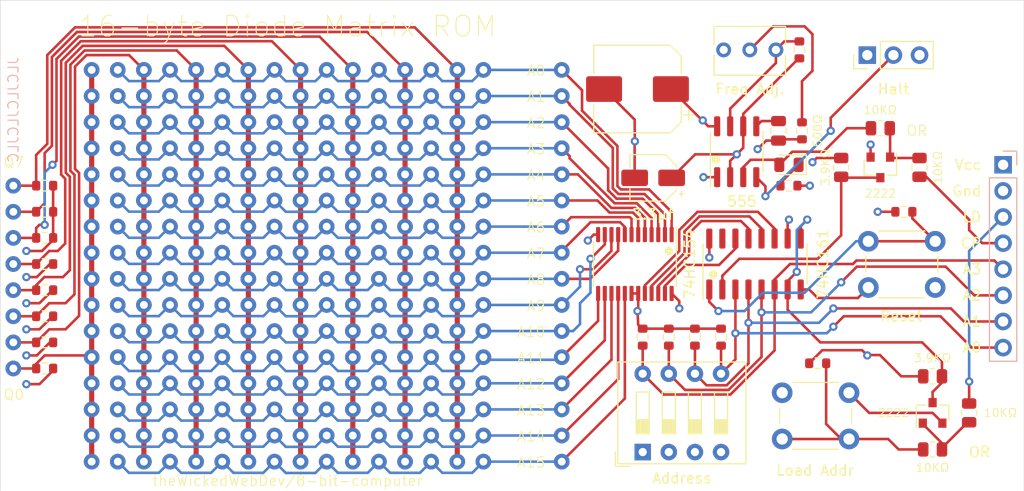
<source format=kicad_pcb>
(kicad_pcb (version 20171130) (host pcbnew "(5.1.10-1-10_14)")
  (layers (0 F.Cu signal) (1 In1.Cu signal) (2 In2.Cu signal) (31 B.Cu signal) (34 B.Paste user) (35 F.Paste user) (36 B.SilkS user) (37 F.SilkS user) (38 B.Mask user) (39 F.Mask user) (44 Edge.Cuts user))
  (net 0 "")
  (net 1 "Net-(U1-Pad24)")
  (net 2 "Net-(U1-Pad21)")
  (net 3 "Net-(U1-Pad23)")
  (net 4 "Net-(U1-Pad22)")
  (net 5 "Net-(U1-Pad19)")
  (net 6 "Net-(U1-Pad17)")
  (net 7 "Net-(U1-Pad20)")
  (net 8 "Net-(U1-Pad18)")
  (net 9 "Net-(U1-Pad16)")
  (net 10 "Net-(U1-Pad15)")
  (net 11 "Net-(U1-Pad14)")
  (net 12 "Net-(U1-Pad13)")
  (net 13 "Net-(U1-Pad12)")
  (net 14 "Net-(U1-Pad11)")
  (net 15 "Net-(U1-Pad10)")
  (net 16 "Net-(U1-Pad9)")
  (net 17 "Net-(J1-Pad8)")
  (net 18 "Net-(J1-Pad7)")
  (net 19 "Net-(J1-Pad6)")
  (net 20 "Net-(J1-Pad5)")
  (net 21 VCC)
  (net 22 "Net-(C2-Pad1)")
  (net 23 "Net-(R5-Pad1)")
  (net 24 "Net-(R10-Pad1)")
  (net 25 "Net-(R11-Pad1)")
  (net 26 "Net-(R12-Pad1)")
  (net 27 GND)
  (net 28 "Net-(SW1-Pad2)")
  (net 29 "Net-(C1-Pad1)")
  (net 30 CLOCK)
  (net 31 "Net-(U3-Pad23)")
  (net 32 "Net-(U3-Pad22)")
  (net 33 "Net-(U3-Pad21)")
  (net 34 "Net-(U3-Pad20)")
  (net 35 "Net-(RV2-Pad3)")
  (net 36 "Net-(U4-Pad15)")
  (net 37 "Net-(R1-Pad1)")
  (net 38 "Net-(R2-Pad1)")
  (net 39 "Net-(R3-Pad1)")
  (net 40 "Net-(R4-Pad1)")
  (net 41 "Net-(R6-Pad1)")
  (net 42 "Net-(R7-Pad1)")
  (net 43 "Net-(R8-Pad1)")
  (net 44 "Net-(R9-Pad1)")
  (net 45 "Net-(D1-Pad1)")
  (net 46 AUTO_CLOCK)
  (net 47 EXT_CLOCK)
  (net 48 EXT_LOAD)
  (net 49 "Net-(Q1-Pad1)")
  (net 50 LOAD)
  (net 51 "Net-(Q2-Pad1)")
  (module Resistor_SMD:R_0805_2012Metric (layer F.Cu) (at 156.21 161.036)
    (fp_text reference R23 hide)
    (fp_text value 3.9kohm)
    (fp_text user 3.9KΩ (at 0 -1.778) (layer F.SilkS) (effects (font (size 0.8 0.8) (thickness 0.1))))
    (pad 2 smd roundrect (at 0.9125 0) (size 1.025 1.4) (layers F.Cu F.Paste F.Mask) (roundrect_rratio 0.2439014634146341) (net 50 LOAD))
    (pad 1 smd roundrect (at -0.9125 0) (size 1.025 1.4) (layers F.Cu F.Paste F.Mask) (roundrect_rratio 0.2439014634146341) (net 21 VCC))
  )
  (module Resistor_SMD:R_0805_2012Metric (layer F.Cu) (at 156.21 168.148)
    (fp_text reference R22 hide)
    (fp_text value 10kohm)
    (fp_text user 10KΩ (at 0 1.778) (layer F.SilkS) (effects (font (size 0.8 0.8) (thickness 0.1))))
    (pad 2 smd roundrect (at 0.9125 0) (size 1.025 1.4) (layers F.Cu F.Paste F.Mask) (roundrect_rratio 0.2439014634146341) (net 51 "Net-(Q2-Pad1)"))
    (pad 1 smd roundrect (at -0.9125 0) (size 1.025 1.4) (layers F.Cu F.Paste F.Mask) (roundrect_rratio 0.2439014634146341) (net 26 "Net-(R12-Pad1)"))
  )
  (module Resistor_SMD:R_0805_2012Metric (layer F.Cu) (at 159.766 164.592 270)
    (fp_text reference R21 hide)
    (fp_text value 10kohm)
    (fp_text user 10KΩ (at 0 -3.048) (layer F.SilkS) (effects (font (size 0.8 0.8) (thickness 0.1))))
    (pad 2 smd roundrect (at 0.9125 0 270) (size 1.025 1.4) (layers F.Cu F.Paste F.Mask) (roundrect_rratio 0.2439014634146341) (net 51 "Net-(Q2-Pad1)"))
    (pad 1 smd roundrect (at -0.9125 0 270) (size 1.025 1.4) (layers F.Cu F.Paste F.Mask) (roundrect_rratio 0.2439014634146341) (net 48 EXT_LOAD))
  )
  (module Resistor_SMD:R_0805_2012Metric (layer F.Cu) (at 147.32 140.716 270)
    (fp_text reference R20 hide)
    (fp_text value 3.9kohm)
    (fp_text user 3.9KΩ (at 0 1.524 270) (layer F.SilkS) (effects (font (size 0.8 0.8) (thickness 0.1))))
    (pad 2 smd roundrect (at 0.9125 0 270) (size 1.025 1.4) (layers F.Cu F.Paste F.Mask) (roundrect_rratio 0.2439014634146341) (net 30 CLOCK))
    (pad 1 smd roundrect (at -0.9125 0 270) (size 1.025 1.4) (layers F.Cu F.Paste F.Mask) (roundrect_rratio 0.2439014634146341) (net 21 VCC))
  )
  (module Resistor_SMD:R_0805_2012Metric (layer F.Cu) (at 154.94 140.716 90)
    (fp_text reference R19 hide)
    (fp_text value 10kohm)
    (fp_text user 10KΩ (at 0 1.778 270) (layer F.SilkS) (effects (font (size 0.8 0.8) (thickness 0.1))))
    (pad 2 smd roundrect (at 0.9125 0 90) (size 1.025 1.4) (layers F.Cu F.Paste F.Mask) (roundrect_rratio 0.2439014634146341) (net 49 "Net-(Q1-Pad1)"))
    (pad 1 smd roundrect (at -0.9125 0 90) (size 1.025 1.4) (layers F.Cu F.Paste F.Mask) (roundrect_rratio 0.2439014634146341) (net 47 EXT_CLOCK))
  )
  (module Resistor_SMD:R_0805_2012Metric (layer F.Cu) (at 151.13 136.906)
    (fp_text reference R18 hide)
    (fp_text value 10kohm)
    (fp_text user 10KΩ (at 0 -1.778) (layer F.SilkS) (effects (font (size 0.8 0.8) (thickness 0.1))))
    (pad 2 smd roundrect (at 0.9125 0) (size 1.025 1.4) (layers F.Cu F.Paste F.Mask) (roundrect_rratio 0.2439014634146341) (net 49 "Net-(Q1-Pad1)"))
    (pad 1 smd roundrect (at -0.9125 0) (size 1.025 1.4) (layers F.Cu F.Paste F.Mask) (roundrect_rratio 0.2439014634146341) (net 46 AUTO_CLOCK))
  )
  (module Package_TO_SOT_SMD:SOT-23 (layer F.Cu) (at 156.21 164.592 90)
    (fp_text reference Q2 hide)
    (fp_text value PMBT2222)
    (fp_text user OR (at -3.81 4.572 180) (layer F.SilkS))
    (fp_text user 2222 (at 0 -3.81 180) (layer F.SilkS) (effects (font (size 0.8 0.8) (thickness 0.1))))
    (pad 3 smd rect (at 1 0 90) (size 0.9 0.8) (layers F.Cu F.Paste F.Mask) (net 50 LOAD))
    (pad 2 smd rect (at -1 0.95 90) (size 0.9 0.8) (layers F.Cu F.Paste F.Mask) (net 27 GND))
    (pad 1 smd rect (at -1 -0.95 90) (size 0.9 0.8) (layers F.Cu F.Paste F.Mask) (net 51 "Net-(Q2-Pad1)"))
  )
  (module Package_TO_SOT_SMD:SOT-23 (layer F.Cu) (at 151.13 140.716 270)
    (fp_text reference Q1 hide)
    (fp_text value PMBT2222)
    (fp_text user 2222 (at 2.54 0) (layer F.SilkS) (effects (font (size 0.8 0.8) (thickness 0.1))))
    (fp_text user OR (at -3.556 -3.556) (layer F.SilkS) (effects (font (thickness 0.1))))
    (pad 3 smd rect (at 1 0 270) (size 0.9 0.8) (layers F.Cu F.Paste F.Mask) (net 30 CLOCK))
    (pad 2 smd rect (at -1 0.95 270) (size 0.9 0.8) (layers F.Cu F.Paste F.Mask) (net 27 GND))
    (pad 1 smd rect (at -1 -0.95 270) (size 0.9 0.8) (layers F.Cu F.Paste F.Mask) (net 49 "Net-(Q1-Pad1)"))
  )
  (module Connector_PinHeader_2.54mm:PinHeader_1x08_P2.54mm_Vertical (layer B.Cu) (at 163.068 140.462 180)
    (fp_text reference J1 hide)
    (fp_text value Conn_01x08)
    (pad 8 thru_hole oval (at 0 -17.78 180) (size 1.7 1.7) (drill 1) (layers *.Cu *.Mask) (net 17 "Net-(J1-Pad8)"))
    (pad 7 thru_hole oval (at 0 -15.24 180) (size 1.7 1.7) (drill 1) (layers *.Cu *.Mask) (net 18 "Net-(J1-Pad7)"))
    (pad 6 thru_hole oval (at 0 -12.7 180) (size 1.7 1.7) (drill 1) (layers *.Cu *.Mask) (net 19 "Net-(J1-Pad6)"))
    (pad 5 thru_hole oval (at 0 -10.16 180) (size 1.7 1.7) (drill 1) (layers *.Cu *.Mask) (net 20 "Net-(J1-Pad5)"))
    (pad 4 thru_hole oval (at 0 -7.62 180) (size 1.7 1.7) (drill 1) (layers *.Cu *.Mask) (net 47 EXT_CLOCK))
    (pad 3 thru_hole oval (at 0 -5.08 180) (size 1.7 1.7) (drill 1) (layers *.Cu *.Mask) (net 48 EXT_LOAD))
    (pad 2 thru_hole oval (at 0 -2.54 180) (size 1.7 1.7) (drill 1) (layers *.Cu *.Mask) (net 27 GND))
    (pad 1 thru_hole rect (at 0 0 180) (size 1.7 1.7) (drill 1) (layers *.Cu *.Mask) (net 21 VCC))
  )
  (module Resistor_SMD:R_0603_1608Metric (layer F.Cu) (at 142.24 142.494)
    (fp_text reference R17 hide)
    (fp_text value R_US)
    (pad 2 smd roundrect (at 0.825 0) (size 0.8 0.95) (layers F.Cu F.Paste F.Mask) (net 27 GND))
    (pad 1 smd roundrect (at -0.825 0) (size 0.8 0.95) (layers F.Cu F.Paste F.Mask) (net 45 "Net-(D1-Pad1)"))
  )
  (module LED_SMD:LED_0805_2012Metric (layer F.Cu) (at 142.24 140.462 180)
    (fp_text reference D1 hide)
    (fp_text value LED)
    (pad 2 smd roundrect (at 0.9375 0 180) (size 0.975 1.4) (layers F.Cu F.Paste F.Mask) (net 46 AUTO_CLOCK))
    (pad 1 smd roundrect (at -0.9375 0 180) (size 0.975 1.4) (layers F.Cu F.Paste F.Mask) (net 45 "Net-(D1-Pad1)"))
  )
  (module Package_SO:SOIC-16_3.9x9.9mm_P1.27mm (layer F.Cu) (at 138.938 150.114 90)
    (fp_text reference U4 hide)
    (fp_text value 74LS161 hide)
    (fp_text user 74HC161 (at 0 6.604 270) (layer F.SilkS))
    (pad 16 smd roundrect (at 2.475 -4.445 90) (size 1.95 0.6) (layers F.Cu F.Paste F.Mask) (net 21 VCC))
    (pad 15 smd roundrect (at 2.475 -3.175 90) (size 1.95 0.6) (layers F.Cu F.Paste F.Mask) (net 36 "Net-(U4-Pad15)"))
    (pad 14 smd roundrect (at 2.475 -1.905 90) (size 1.95 0.6) (layers F.Cu F.Paste F.Mask) (net 31 "Net-(U3-Pad23)"))
    (pad 13 smd roundrect (at 2.475 -0.635 90) (size 1.95 0.6) (layers F.Cu F.Paste F.Mask) (net 32 "Net-(U3-Pad22)"))
    (pad 12 smd roundrect (at 2.475 0.635 90) (size 1.95 0.6) (layers F.Cu F.Paste F.Mask) (net 33 "Net-(U3-Pad21)"))
    (pad 11 smd roundrect (at 2.475 1.905 90) (size 1.95 0.6) (layers F.Cu F.Paste F.Mask) (net 34 "Net-(U3-Pad20)"))
    (pad 10 smd roundrect (at 2.475 3.175 90) (size 1.95 0.6) (layers F.Cu F.Paste F.Mask) (net 21 VCC))
    (pad 9 smd roundrect (at 2.475 4.445 90) (size 1.95 0.6) (layers F.Cu F.Paste F.Mask) (net 50 LOAD))
    (pad 8 smd roundrect (at -2.475 4.445 90) (size 1.95 0.6) (layers F.Cu F.Paste F.Mask) (net 27 GND))
    (pad 7 smd roundrect (at -2.475 3.175 90) (size 1.95 0.6) (layers F.Cu F.Paste F.Mask) (net 50 LOAD))
    (pad 6 smd roundrect (at -2.475 1.905 90) (size 1.95 0.6) (layers F.Cu F.Paste F.Mask) (net 20 "Net-(J1-Pad5)"))
    (pad 5 smd roundrect (at -2.475 0.635 90) (size 1.95 0.6) (layers F.Cu F.Paste F.Mask) (net 19 "Net-(J1-Pad6)"))
    (pad 4 smd roundrect (at -2.475 -0.635 90) (size 1.95 0.6) (layers F.Cu F.Paste F.Mask) (net 18 "Net-(J1-Pad7)"))
    (pad 3 smd roundrect (at -2.475 -1.905 90) (size 1.95 0.6) (layers F.Cu F.Paste F.Mask) (net 17 "Net-(J1-Pad8)"))
    (pad 2 smd roundrect (at -2.475 -3.175 90) (size 1.95 0.6) (layers F.Cu F.Paste F.Mask) (net 30 CLOCK))
    (pad 1 smd roundrect (at -2.475 -4.445 90) (size 1.95 0.6) (layers F.Cu F.Paste F.Mask) (net 25 "Net-(R11-Pad1)"))
  )
  (module Capacitor_SMD:CP_Elec_8x10 (layer F.Cu) (at 127.508 133.096 180)
    (fp_text reference C3 hide)
    (fp_text value CP1)
    (pad 2 smd roundrect (at 3.25 0 180) (size 3.5 2.5) (layers F.Cu F.Paste F.Mask) (roundrect_rratio 0.1) (net 27 GND))
    (pad 1 smd roundrect (at -3.25 0 180) (size 3.5 2.5) (layers F.Cu F.Paste F.Mask) (roundrect_rratio 0.1) (net 21 VCC))
  )
  (module Capacitor_SMD:C_0805_2012Metric (layer F.Cu) (at 141.224 137.16 270)
    (fp_text reference C1 hide)
    (fp_text value C)
    (pad 2 smd roundrect (at 0.95 0 270) (size 1 1.45) (layers F.Cu F.Paste F.Mask) (net 21 VCC))
    (pad 1 smd roundrect (at -0.95 0 270) (size 1 1.45) (layers F.Cu F.Paste F.Mask) (net 29 "Net-(C1-Pad1)"))
  )
  (module Capacitor_SMD:CP_Elec_4x4.5 (layer F.Cu) (at 129.032 141.732 180)
    (fp_text reference C2 hide)
    (fp_text value CP1)
    (fp_text user 3.3μf (at 0 -3.556 180) (layer F.SilkS))
    (pad 2 smd roundrect (at 1.8 0 180) (size 2.6 1.6) (layers F.Cu F.Paste F.Mask) (roundrect_rratio 0.15625) (net 27 GND))
    (pad 1 smd roundrect (at -1.8 0 180) (size 2.6 1.6) (layers F.Cu F.Paste F.Mask) (roundrect_rratio 0.15625) (net 22 "Net-(C2-Pad1)"))
  )
  (module Potentiometer_THT:Potentiometer_Bourns_3266Y_Vertical (layer F.Cu) (at 140.97 129.286)
    (fp_text reference RV2 hide)
    (fp_text value 3296W-1-203 hide)
    (fp_text user "Freq Adj." (at -2.54 3.81) (layer F.SilkS))
    (pad 3 thru_hole circle (at -5.08 0) (size 1.44 1.44) (drill 0.8) (layers *.Cu *.Mask) (net 35 "Net-(RV2-Pad3)"))
    (pad 2 thru_hole circle (at -2.54 0) (size 1.44 1.44) (drill 0.8) (layers *.Cu *.Mask) (net 24 "Net-(R10-Pad1)"))
    (pad 1 thru_hole circle (at 0 0) (size 1.44 1.44) (drill 0.8) (layers *.Cu *.Mask) (net 23 "Net-(R5-Pad1)"))
  )
  (module Button_Switch_THT:SW_PUSH_6mm (layer F.Cu) (at 148.082 167.132 180)
    (fp_text reference SW4 hide)
    (fp_text value SW_Push)
    (fp_text user "Load Addr" (at 3.302 -3.048 180) (layer F.SilkS))
    (pad 1 thru_hole circle (at 6.5 0 270) (size 2 2) (drill 1.1) (layers *.Cu *.Mask) (net 26 "Net-(R12-Pad1)"))
    (pad 2 thru_hole circle (at 6.5 4.5 270) (size 2 2) (drill 1.1) (layers *.Cu *.Mask) (net 27 GND))
    (pad 1 thru_hole circle (at 0 0 270) (size 2 2) (drill 1.1) (layers *.Cu *.Mask) (net 26 "Net-(R12-Pad1)"))
    (pad 2 thru_hole circle (at 0 4.5 270) (size 2 2) (drill 1.1) (layers *.Cu *.Mask) (net 27 GND))
  )
  (module Button_Switch_THT:SW_PUSH_6mm (layer F.Cu) (at 149.964 147.9)
    (fp_text reference SW2 hide)
    (fp_text value SW_Push)
    (fp_text user Reset (at 3.198 7.294) (layer F.SilkS))
    (pad 1 thru_hole circle (at 6.5 0 90) (size 2 2) (drill 1.1) (layers *.Cu *.Mask) (net 25 "Net-(R11-Pad1)"))
    (pad 2 thru_hole circle (at 6.5 4.5 90) (size 2 2) (drill 1.1) (layers *.Cu *.Mask) (net 27 GND))
    (pad 1 thru_hole circle (at 0 0 90) (size 2 2) (drill 1.1) (layers *.Cu *.Mask) (net 25 "Net-(R11-Pad1)"))
    (pad 2 thru_hole circle (at 0 4.5 90) (size 2 2) (drill 1.1) (layers *.Cu *.Mask) (net 27 GND))
  )
  (module Package_SO:TSSOP-24_4.4x7.8mm_P0.65mm (layer F.Cu) (at 127.254 150.114 270)
    (fp_text reference U3 hide)
    (fp_text value 74LS154)
    (fp_text user 74HC154 (at 0 -5.334 90) (layer F.SilkS))
    (pad 24 smd roundrect (at 2.8625 -3.575 270) (size 1.475 0.4) (layers F.Cu F.Paste F.Mask) (net 21 VCC))
    (pad 23 smd roundrect (at 2.8625 -2.925 270) (size 1.475 0.4) (layers F.Cu F.Paste F.Mask) (net 31 "Net-(U3-Pad23)"))
    (pad 22 smd roundrect (at 2.8625 -2.275 270) (size 1.475 0.4) (layers F.Cu F.Paste F.Mask) (net 32 "Net-(U3-Pad22)"))
    (pad 21 smd roundrect (at 2.8625 -1.625 270) (size 1.475 0.4) (layers F.Cu F.Paste F.Mask) (net 33 "Net-(U3-Pad21)"))
    (pad 20 smd roundrect (at 2.8625 -0.975 270) (size 1.475 0.4) (layers F.Cu F.Paste F.Mask) (net 34 "Net-(U3-Pad20)"))
    (pad 19 smd roundrect (at 2.8625 -0.325 270) (size 1.475 0.4) (layers F.Cu F.Paste F.Mask) (net 27 GND))
    (pad 18 smd roundrect (at 2.8625 0.325 270) (size 1.475 0.4) (layers F.Cu F.Paste F.Mask) (net 27 GND))
    (pad 17 smd roundrect (at 2.8625 0.975 270) (size 1.475 0.4) (layers F.Cu F.Paste F.Mask) (net 1 "Net-(U1-Pad24)"))
    (pad 16 smd roundrect (at 2.8625 1.625 270) (size 1.475 0.4) (layers F.Cu F.Paste F.Mask) (net 3 "Net-(U1-Pad23)"))
    (pad 15 smd roundrect (at 2.8625 2.275 270) (size 1.475 0.4) (layers F.Cu F.Paste F.Mask) (net 4 "Net-(U1-Pad22)"))
    (pad 14 smd roundrect (at 2.8625 2.925 270) (size 1.475 0.4) (layers F.Cu F.Paste F.Mask) (net 2 "Net-(U1-Pad21)"))
    (pad 13 smd roundrect (at 2.8625 3.575 270) (size 1.475 0.4) (layers F.Cu F.Paste F.Mask) (net 7 "Net-(U1-Pad20)"))
    (pad 12 smd roundrect (at -2.8625 3.575 270) (size 1.475 0.4) (layers F.Cu F.Paste F.Mask) (net 27 GND))
    (pad 11 smd roundrect (at -2.8625 2.925 270) (size 1.475 0.4) (layers F.Cu F.Paste F.Mask) (net 5 "Net-(U1-Pad19)"))
    (pad 10 smd roundrect (at -2.8625 2.275 270) (size 1.475 0.4) (layers F.Cu F.Paste F.Mask) (net 8 "Net-(U1-Pad18)"))
    (pad 9 smd roundrect (at -2.8625 1.625 270) (size 1.475 0.4) (layers F.Cu F.Paste F.Mask) (net 6 "Net-(U1-Pad17)"))
    (pad 8 smd roundrect (at -2.8625 0.975 270) (size 1.475 0.4) (layers F.Cu F.Paste F.Mask) (net 9 "Net-(U1-Pad16)"))
    (pad 7 smd roundrect (at -2.8625 0.325 270) (size 1.475 0.4) (layers F.Cu F.Paste F.Mask) (net 10 "Net-(U1-Pad15)"))
    (pad 6 smd roundrect (at -2.8625 -0.325 270) (size 1.475 0.4) (layers F.Cu F.Paste F.Mask) (net 11 "Net-(U1-Pad14)"))
    (pad 5 smd roundrect (at -2.8625 -0.975 270) (size 1.475 0.4) (layers F.Cu F.Paste F.Mask) (net 12 "Net-(U1-Pad13)"))
    (pad 4 smd roundrect (at -2.8625 -1.625 270) (size 1.475 0.4) (layers F.Cu F.Paste F.Mask) (net 13 "Net-(U1-Pad12)"))
    (pad 3 smd roundrect (at -2.8625 -2.275 270) (size 1.475 0.4) (layers F.Cu F.Paste F.Mask) (net 14 "Net-(U1-Pad11)"))
    (pad 2 smd roundrect (at -2.8625 -2.925 270) (size 1.475 0.4) (layers F.Cu F.Paste F.Mask) (net 15 "Net-(U1-Pad10)"))
    (pad 1 smd roundrect (at -2.8625 -3.575 270) (size 1.475 0.4) (layers F.Cu F.Paste F.Mask) (net 16 "Net-(U1-Pad9)"))
  )
  (module Package_SO:SOIC-8_3.9x4.9mm_P1.27mm (layer F.Cu) (at 137.16 139.192 90)
    (fp_text reference U2 hide)
    (fp_text value TLC555xD)
    (fp_text user 555 (at -4.826 0.508 180) (layer F.SilkS))
    (pad 8 smd roundrect (at 2.475 -1.905 90) (size 1.95 0.6) (layers F.Cu F.Paste F.Mask) (net 21 VCC))
    (pad 7 smd roundrect (at 2.475 -0.635 90) (size 1.95 0.6) (layers F.Cu F.Paste F.Mask) (net 23 "Net-(R5-Pad1)"))
    (pad 6 smd roundrect (at 2.475 0.635 90) (size 1.95 0.6) (layers F.Cu F.Paste F.Mask) (net 22 "Net-(C2-Pad1)"))
    (pad 5 smd roundrect (at 2.475 1.905 90) (size 1.95 0.6) (layers F.Cu F.Paste F.Mask) (net 29 "Net-(C1-Pad1)"))
    (pad 4 smd roundrect (at -2.475 1.905 90) (size 1.95 0.6) (layers F.Cu F.Paste F.Mask) (net 28 "Net-(SW1-Pad2)"))
    (pad 3 smd roundrect (at -2.475 0.635 90) (size 1.95 0.6) (layers F.Cu F.Paste F.Mask) (net 46 AUTO_CLOCK))
    (pad 2 smd roundrect (at -2.475 -0.635 90) (size 1.95 0.6) (layers F.Cu F.Paste F.Mask) (net 22 "Net-(C2-Pad1)"))
    (pad 1 smd roundrect (at -2.475 -1.905 90) (size 1.95 0.6) (layers F.Cu F.Paste F.Mask) (net 27 GND))
  )
  (module Button_Switch_THT:SW_DIP_SPSTx04_Slide_9.78x12.34mm_W7.62mm_P2.54mm (layer F.Cu) (at 128.016 168.402 90)
    (fp_text reference SW3 hide)
    (fp_text value SW_DIP_x04)
    (fp_text user Address (at -2.54 3.81 180) (layer F.SilkS))
    (pad 8 thru_hole oval (at 7.62 0 90) (size 1.6 1.6) (drill 0.8) (layers *.Cu *.Mask) (net 20 "Net-(J1-Pad5)"))
    (pad 4 thru_hole oval (at 0 7.62 90) (size 1.6 1.6) (drill 0.8) (layers *.Cu *.Mask) (net 21 VCC))
    (pad 7 thru_hole oval (at 7.62 2.54 90) (size 1.6 1.6) (drill 0.8) (layers *.Cu *.Mask) (net 19 "Net-(J1-Pad6)"))
    (pad 3 thru_hole oval (at 0 5.08 90) (size 1.6 1.6) (drill 0.8) (layers *.Cu *.Mask) (net 21 VCC))
    (pad 6 thru_hole oval (at 7.62 5.08 90) (size 1.6 1.6) (drill 0.8) (layers *.Cu *.Mask) (net 18 "Net-(J1-Pad7)"))
    (pad 2 thru_hole oval (at 0 2.54 90) (size 1.6 1.6) (drill 0.8) (layers *.Cu *.Mask) (net 21 VCC))
    (pad 5 thru_hole oval (at 7.62 7.62 90) (size 1.6 1.6) (drill 0.8) (layers *.Cu *.Mask) (net 17 "Net-(J1-Pad8)"))
    (pad 1 thru_hole rect (at 0 0 90) (size 1.6 1.6) (drill 0.8) (layers *.Cu *.Mask) (net 21 VCC))
  )
  (module Connector_PinHeader_2.54mm:PinHeader_1x03_P2.54mm_Vertical (layer F.Cu) (at 149.86 129.794 90)
    (fp_text reference SW1 hide)
    (fp_text value SW_SPDT)
    (fp_text user Halt (at -3.302 2.54 180) (layer F.SilkS))
    (pad 3 thru_hole oval (at 0 5.08 90) (size 1.7 1.7) (drill 1) (layers *.Cu *.Mask) (net 27 GND))
    (pad 2 thru_hole oval (at 0 2.54 90) (size 1.7 1.7) (drill 1) (layers *.Cu *.Mask) (net 28 "Net-(SW1-Pad2)"))
    (pad 1 thru_hole rect (at 0 0 90) (size 1.7 1.7) (drill 1) (layers *.Cu *.Mask) (net 21 VCC))
  )
  (module Resistor_SMD:R_0603_1608Metric (layer F.Cu) (at 128.016 157.226 270)
    (fp_text reference R16 hide)
    (fp_text value R_US)
    (pad 2 smd roundrect (at 0.825 0 270) (size 0.8 0.95) (layers F.Cu F.Paste F.Mask) (net 20 "Net-(J1-Pad5)"))
    (pad 1 smd roundrect (at -0.825 0 270) (size 0.8 0.95) (layers F.Cu F.Paste F.Mask) (net 27 GND))
  )
  (module Resistor_SMD:R_0603_1608Metric (layer F.Cu) (at 130.556 157.226 270)
    (fp_text reference R15 hide)
    (fp_text value R_US)
    (pad 2 smd roundrect (at 0.825 0 270) (size 0.8 0.95) (layers F.Cu F.Paste F.Mask) (net 19 "Net-(J1-Pad6)"))
    (pad 1 smd roundrect (at -0.825 0 270) (size 0.8 0.95) (layers F.Cu F.Paste F.Mask) (net 27 GND))
  )
  (module Resistor_SMD:R_0603_1608Metric (layer F.Cu) (at 133.096 157.226 270)
    (fp_text reference R14 hide)
    (fp_text value R_US)
    (pad 2 smd roundrect (at 0.825 0 270) (size 0.8 0.95) (layers F.Cu F.Paste F.Mask) (net 18 "Net-(J1-Pad7)"))
    (pad 1 smd roundrect (at -0.825 0 270) (size 0.8 0.95) (layers F.Cu F.Paste F.Mask) (net 27 GND))
  )
  (module Resistor_SMD:R_0603_1608Metric (layer F.Cu) (at 135.636 157.226 270)
    (fp_text reference R13 hide)
    (fp_text value R_US)
    (pad 2 smd roundrect (at 0.825 0 270) (size 0.8 0.95) (layers F.Cu F.Paste F.Mask) (net 17 "Net-(J1-Pad8)"))
    (pad 1 smd roundrect (at -0.825 0 270) (size 0.8 0.95) (layers F.Cu F.Paste F.Mask) (net 27 GND))
  )
  (module Resistor_SMD:R_0603_1608Metric (layer F.Cu) (at 145.034 159.766 180)
    (fp_text reference R12 hide)
    (fp_text value R_US)
    (pad 2 smd roundrect (at 0.825 0 180) (size 0.8 0.95) (layers F.Cu F.Paste F.Mask) (net 21 VCC))
    (pad 1 smd roundrect (at -0.825 0 180) (size 0.8 0.95) (layers F.Cu F.Paste F.Mask) (net 26 "Net-(R12-Pad1)"))
  )
  (module Resistor_SMD:R_0603_1608Metric (layer F.Cu) (at 153.416 145.034 180)
    (fp_text reference R11 hide)
    (fp_text value R_US)
    (pad 2 smd roundrect (at 0.825 0 180) (size 0.8 0.95) (layers F.Cu F.Paste F.Mask) (net 21 VCC))
    (pad 1 smd roundrect (at -0.825 0 180) (size 0.8 0.95) (layers F.Cu F.Paste F.Mask) (net 25 "Net-(R11-Pad1)"))
  )
  (module Resistor_SMD:R_0603_1608Metric (layer F.Cu) (at 143.51 137.16 270)
    (fp_text reference R10 hide)
    (fp_text value R_US)
    (fp_text user 500Ω (at 0 -1.524 90) (layer F.SilkS) (effects (font (size 0.8 0.8) (thickness 0.1))))
    (pad 2 smd roundrect (at 0.825 0 270) (size 0.8 0.95) (layers F.Cu F.Paste F.Mask) (net 21 VCC))
    (pad 1 smd roundrect (at -0.825 0 270) (size 0.8 0.95) (layers F.Cu F.Paste F.Mask) (net 24 "Net-(R10-Pad1)"))
  )
  (module Resistor_SMD:R_0603_1608Metric (layer F.Cu) (at 69.85 142.494)
    (fp_text reference R9 hide)
    (fp_text value R_US)
    (pad 2 smd roundrect (at 0.825 0) (size 0.8 0.95) (layers F.Cu F.Paste F.Mask) (net 21 VCC))
    (pad 1 smd roundrect (at -0.825 0) (size 0.8 0.95) (layers F.Cu F.Paste F.Mask) (net 44 "Net-(R9-Pad1)"))
  )
  (module Resistor_SMD:R_0603_1608Metric (layer F.Cu) (at 69.85 145.034)
    (fp_text reference R8 hide)
    (fp_text value R_US)
    (pad 2 smd roundrect (at 0.825 0) (size 0.8 0.95) (layers F.Cu F.Paste F.Mask) (net 21 VCC))
    (pad 1 smd roundrect (at -0.825 0) (size 0.8 0.95) (layers F.Cu F.Paste F.Mask) (net 43 "Net-(R8-Pad1)"))
  )
  (module Resistor_SMD:R_0603_1608Metric (layer F.Cu) (at 69.85 147.574)
    (fp_text reference R7 hide)
    (fp_text value R_US)
    (pad 2 smd roundrect (at 0.825 0) (size 0.8 0.95) (layers F.Cu F.Paste F.Mask) (net 21 VCC))
    (pad 1 smd roundrect (at -0.825 0) (size 0.8 0.95) (layers F.Cu F.Paste F.Mask) (net 42 "Net-(R7-Pad1)"))
  )
  (module Resistor_SMD:R_0603_1608Metric (layer F.Cu) (at 69.85 150.114)
    (fp_text reference R6 hide)
    (fp_text value R_US)
    (pad 2 smd roundrect (at 0.825 0) (size 0.8 0.95) (layers F.Cu F.Paste F.Mask) (net 21 VCC))
    (pad 1 smd roundrect (at -0.825 0) (size 0.8 0.95) (layers F.Cu F.Paste F.Mask) (net 41 "Net-(R6-Pad1)"))
  )
  (module Resistor_SMD:R_0603_1608Metric (layer F.Cu) (at 143.256 129.286 270)
    (fp_text reference R5 hide)
    (fp_text value R_US)
    (pad 2 smd roundrect (at 0.825 0 270) (size 0.8 0.95) (layers F.Cu F.Paste F.Mask) (net 22 "Net-(C2-Pad1)"))
    (pad 1 smd roundrect (at -0.825 0 270) (size 0.8 0.95) (layers F.Cu F.Paste F.Mask) (net 23 "Net-(R5-Pad1)"))
  )
  (module Resistor_SMD:R_0603_1608Metric (layer F.Cu) (at 69.85 152.654)
    (fp_text reference R4 hide)
    (fp_text value R_US)
    (pad 2 smd roundrect (at 0.825 0) (size 0.8 0.95) (layers F.Cu F.Paste F.Mask) (net 21 VCC))
    (pad 1 smd roundrect (at -0.825 0) (size 0.8 0.95) (layers F.Cu F.Paste F.Mask) (net 40 "Net-(R4-Pad1)"))
  )
  (module Resistor_SMD:R_0603_1608Metric (layer F.Cu) (at 69.85 155.194)
    (fp_text reference R3 hide)
    (fp_text value R_US)
    (pad 2 smd roundrect (at 0.825 0) (size 0.8 0.95) (layers F.Cu F.Paste F.Mask) (net 21 VCC))
    (pad 1 smd roundrect (at -0.825 0) (size 0.8 0.95) (layers F.Cu F.Paste F.Mask) (net 39 "Net-(R3-Pad1)"))
  )
  (module Resistor_SMD:R_0603_1608Metric (layer F.Cu) (at 69.85 157.734)
    (fp_text reference R2 hide)
    (fp_text value R_US)
    (pad 2 smd roundrect (at 0.825 0) (size 0.8 0.95) (layers F.Cu F.Paste F.Mask) (net 21 VCC))
    (pad 1 smd roundrect (at -0.825 0) (size 0.8 0.95) (layers F.Cu F.Paste F.Mask) (net 38 "Net-(R2-Pad1)"))
  )
  (module Resistor_SMD:R_0603_1608Metric (layer F.Cu) (at 69.85 160.274)
    (fp_text reference R1 hide)
    (fp_text value R_US)
    (pad 2 smd roundrect (at 0.825 0) (size 0.8 0.95) (layers F.Cu F.Paste F.Mask) (net 21 VCC))
    (pad 1 smd roundrect (at -0.825 0) (size 0.8 0.95) (layers F.Cu F.Paste F.Mask) (net 37 "Net-(R1-Pad1)"))
  )
  (module 8-bit-computer:diode-array-sockets (layer F.Cu) (at 82.042 137.414)
    (fp_text reference U1 hide)
    (fp_text value diode-matrix-8x16 hide)
    (pad 20 thru_hole circle (at 30.48 21.76) (size 1.524 1.524) (drill 0.762) (layers *.Cu *.Mask) (net 7 "Net-(U1-Pad20)"))
    (pad 13 thru_hole circle (at 30.48 3.98) (size 1.524 1.524) (drill 0.762) (layers *.Cu *.Mask) (net 12 "Net-(U1-Pad13)"))
    (pad 24 thru_hole circle (at 30.48 31.92) (size 1.524 1.524) (drill 0.762) (layers *.Cu *.Mask) (net 1 "Net-(U1-Pad24)"))
    (pad 18 thru_hole circle (at 30.48 16.68) (size 1.524 1.524) (drill 0.762) (layers *.Cu *.Mask) (net 8 "Net-(U1-Pad18)"))
    (pad 12 thru_hole circle (at 30.48 1.44) (size 1.524 1.524) (drill 0.762) (layers *.Cu *.Mask) (net 13 "Net-(U1-Pad12)"))
    (pad 17 thru_hole circle (at 30.48 14.14) (size 1.524 1.524) (drill 0.762) (layers *.Cu *.Mask) (net 6 "Net-(U1-Pad17)"))
    (pad 9 thru_hole circle (at 30.48 -6.18) (size 1.524 1.524) (drill 0.762) (layers *.Cu *.Mask) (net 16 "Net-(U1-Pad9)"))
    (pad 23 thru_hole circle (at 30.48 29.38) (size 1.524 1.524) (drill 0.762) (layers *.Cu *.Mask) (net 3 "Net-(U1-Pad23)"))
    (pad 11 thru_hole circle (at 30.48 -1.1) (size 1.524 1.524) (drill 0.762) (layers *.Cu *.Mask) (net 14 "Net-(U1-Pad11)"))
    (pad 21 thru_hole circle (at 30.48 24.3) (size 1.524 1.524) (drill 0.762) (layers *.Cu *.Mask) (net 2 "Net-(U1-Pad21)"))
    (pad 15 thru_hole circle (at 30.48 9.06) (size 1.524 1.524) (drill 0.762) (layers *.Cu *.Mask) (net 10 "Net-(U1-Pad15)"))
    (pad 16 thru_hole circle (at 30.48 11.6) (size 1.524 1.524) (drill 0.762) (layers *.Cu *.Mask) (net 9 "Net-(U1-Pad16)"))
    (pad 14 thru_hole circle (at 30.48 6.52) (size 1.524 1.524) (drill 0.762) (layers *.Cu *.Mask) (net 11 "Net-(U1-Pad14)"))
    (pad 19 thru_hole circle (at 30.48 19.22) (size 1.524 1.524) (drill 0.762) (layers *.Cu *.Mask) (net 5 "Net-(U1-Pad19)"))
    (pad 22 thru_hole circle (at 30.48 26.84) (size 1.524 1.524) (drill 0.762) (layers *.Cu *.Mask) (net 4 "Net-(U1-Pad22)"))
    (pad 10 thru_hole circle (at 30.48 -3.64) (size 1.524 1.524) (drill 0.762) (layers *.Cu *.Mask) (net 15 "Net-(U1-Pad10)"))
    (pad 24 thru_hole circle (at 38.1 31.92) (size 1.524 1.524) (drill 0.762) (layers *.Cu *.Mask) (net 1 "Net-(U1-Pad24)"))
    (pad 21 thru_hole circle (at 38.1 24.3) (size 1.524 1.524) (drill 0.762) (layers *.Cu *.Mask) (net 2 "Net-(U1-Pad21)"))
    (pad 23 thru_hole circle (at 38.1 29.38) (size 1.524 1.524) (drill 0.762) (layers *.Cu *.Mask) (net 3 "Net-(U1-Pad23)"))
    (pad 22 thru_hole circle (at 38.1 26.84) (size 1.524 1.524) (drill 0.762) (layers *.Cu *.Mask) (net 4 "Net-(U1-Pad22)"))
    (pad 19 thru_hole circle (at 38.1 19.22) (size 1.524 1.524) (drill 0.762) (layers *.Cu *.Mask) (net 5 "Net-(U1-Pad19)"))
    (pad 17 thru_hole circle (at 38.1 14.14) (size 1.524 1.524) (drill 0.762) (layers *.Cu *.Mask) (net 6 "Net-(U1-Pad17)"))
    (pad 20 thru_hole circle (at 38.1 21.76) (size 1.524 1.524) (drill 0.762) (layers *.Cu *.Mask) (net 7 "Net-(U1-Pad20)"))
    (pad 18 thru_hole circle (at 38.1 16.68) (size 1.524 1.524) (drill 0.762) (layers *.Cu *.Mask) (net 8 "Net-(U1-Pad18)"))
    (pad 16 thru_hole circle (at 38.1 11.6) (size 1.524 1.524) (drill 0.762) (layers *.Cu *.Mask) (net 9 "Net-(U1-Pad16)"))
    (pad 15 thru_hole circle (at 38.1 9.06) (size 1.524 1.524) (drill 0.762) (layers *.Cu *.Mask) (net 10 "Net-(U1-Pad15)"))
    (pad 14 thru_hole circle (at 38.1 6.52) (size 1.524 1.524) (drill 0.762) (layers *.Cu *.Mask) (net 11 "Net-(U1-Pad14)"))
    (pad 13 thru_hole circle (at 38.1 3.98) (size 1.524 1.524) (drill 0.762) (layers *.Cu *.Mask) (net 12 "Net-(U1-Pad13)"))
    (pad 12 thru_hole circle (at 38.1 1.44) (size 1.524 1.524) (drill 0.762) (layers *.Cu *.Mask) (net 13 "Net-(U1-Pad12)"))
    (pad 11 thru_hole circle (at 38.1 -1.1) (size 1.524 1.524) (drill 0.762) (layers *.Cu *.Mask) (net 14 "Net-(U1-Pad11)"))
    (pad 10 thru_hole circle (at 38.1 -3.64) (size 1.524 1.524) (drill 0.762) (layers *.Cu *.Mask) (net 15 "Net-(U1-Pad10)"))
    (pad 9 thru_hole circle (at 38.1 -6.18) (size 1.524 1.524) (drill 0.762) (layers *.Cu *.Mask) (net 16 "Net-(U1-Pad9)"))
    (pad 8 thru_hole circle (at -15.24 5.08 90) (size 1.524 1.524) (drill 0.762) (layers *.Cu *.Mask) (net 44 "Net-(R9-Pad1)"))
    (pad 7 thru_hole circle (at -15.24 7.62 90) (size 1.524 1.524) (drill 0.762) (layers *.Cu *.Mask) (net 43 "Net-(R8-Pad1)"))
    (pad 6 thru_hole circle (at -15.24 10.16 90) (size 1.524 1.524) (drill 0.762) (layers *.Cu *.Mask) (net 42 "Net-(R7-Pad1)"))
    (pad 5 thru_hole circle (at -15.24 12.7 90) (size 1.524 1.524) (drill 0.762) (layers *.Cu *.Mask) (net 41 "Net-(R6-Pad1)"))
    (pad 4 thru_hole circle (at -15.24 15.24 90) (size 1.524 1.524) (drill 0.762) (layers *.Cu *.Mask) (net 40 "Net-(R4-Pad1)"))
    (pad 3 thru_hole circle (at -15.24 17.78 90) (size 1.524 1.524) (drill 0.762) (layers *.Cu *.Mask) (net 39 "Net-(R3-Pad1)"))
    (pad 2 thru_hole circle (at -15.24 20.32 90) (size 1.524 1.524) (drill 0.762) (layers *.Cu *.Mask) (net 38 "Net-(R2-Pad1)"))
    (pad 1 thru_hole circle (at -15.24 22.86 90) (size 1.524 1.524) (drill 0.762) (layers *.Cu *.Mask) (net 37 "Net-(R1-Pad1)"))
    (pad 14 thru_hole circle (at 25.4 6.52) (size 1.524 1.524) (drill 0.762) (layers *.Cu *.Mask) (net 11 "Net-(U1-Pad14)"))
    (pad 19 thru_hole circle (at 25.4 19.22) (size 1.524 1.524) (drill 0.762) (layers *.Cu *.Mask) (net 5 "Net-(U1-Pad19)"))
    (pad 22 thru_hole circle (at 25.4 26.84) (size 1.524 1.524) (drill 0.762) (layers *.Cu *.Mask) (net 4 "Net-(U1-Pad22)"))
    (pad 10 thru_hole circle (at 25.4 -3.64) (size 1.524 1.524) (drill 0.762) (layers *.Cu *.Mask) (net 15 "Net-(U1-Pad10)"))
    (pad 23 thru_hole circle (at 25.4 29.38) (size 1.524 1.524) (drill 0.762) (layers *.Cu *.Mask) (net 3 "Net-(U1-Pad23)"))
    (pad 11 thru_hole circle (at 25.4 -1.1) (size 1.524 1.524) (drill 0.762) (layers *.Cu *.Mask) (net 14 "Net-(U1-Pad11)"))
    (pad 21 thru_hole circle (at 25.4 24.3) (size 1.524 1.524) (drill 0.762) (layers *.Cu *.Mask) (net 2 "Net-(U1-Pad21)"))
    (pad 15 thru_hole circle (at 25.4 9.06) (size 1.524 1.524) (drill 0.762) (layers *.Cu *.Mask) (net 10 "Net-(U1-Pad15)"))
    (pad 16 thru_hole circle (at 25.4 11.6) (size 1.524 1.524) (drill 0.762) (layers *.Cu *.Mask) (net 9 "Net-(U1-Pad16)"))
    (pad 20 thru_hole circle (at 25.4 21.76) (size 1.524 1.524) (drill 0.762) (layers *.Cu *.Mask) (net 7 "Net-(U1-Pad20)"))
    (pad 13 thru_hole circle (at 25.4 3.98) (size 1.524 1.524) (drill 0.762) (layers *.Cu *.Mask) (net 12 "Net-(U1-Pad13)"))
    (pad 24 thru_hole circle (at 25.4 31.92) (size 1.524 1.524) (drill 0.762) (layers *.Cu *.Mask) (net 1 "Net-(U1-Pad24)"))
    (pad 18 thru_hole circle (at 25.4 16.68) (size 1.524 1.524) (drill 0.762) (layers *.Cu *.Mask) (net 8 "Net-(U1-Pad18)"))
    (pad 12 thru_hole circle (at 25.4 1.44) (size 1.524 1.524) (drill 0.762) (layers *.Cu *.Mask) (net 13 "Net-(U1-Pad12)"))
    (pad 17 thru_hole circle (at 25.4 14.14) (size 1.524 1.524) (drill 0.762) (layers *.Cu *.Mask) (net 6 "Net-(U1-Pad17)"))
    (pad 9 thru_hole circle (at 25.4 -6.18) (size 1.524 1.524) (drill 0.762) (layers *.Cu *.Mask) (net 16 "Net-(U1-Pad9)"))
    (pad 14 thru_hole circle (at 20.32 6.52) (size 1.524 1.524) (drill 0.762) (layers *.Cu *.Mask) (net 11 "Net-(U1-Pad14)"))
    (pad 19 thru_hole circle (at 20.32 19.22) (size 1.524 1.524) (drill 0.762) (layers *.Cu *.Mask) (net 5 "Net-(U1-Pad19)"))
    (pad 22 thru_hole circle (at 20.32 26.84) (size 1.524 1.524) (drill 0.762) (layers *.Cu *.Mask) (net 4 "Net-(U1-Pad22)"))
    (pad 10 thru_hole circle (at 20.32 -3.64) (size 1.524 1.524) (drill 0.762) (layers *.Cu *.Mask) (net 15 "Net-(U1-Pad10)"))
    (pad 23 thru_hole circle (at 20.32 29.38) (size 1.524 1.524) (drill 0.762) (layers *.Cu *.Mask) (net 3 "Net-(U1-Pad23)"))
    (pad 11 thru_hole circle (at 20.32 -1.1) (size 1.524 1.524) (drill 0.762) (layers *.Cu *.Mask) (net 14 "Net-(U1-Pad11)"))
    (pad 21 thru_hole circle (at 20.32 24.3) (size 1.524 1.524) (drill 0.762) (layers *.Cu *.Mask) (net 2 "Net-(U1-Pad21)"))
    (pad 15 thru_hole circle (at 20.32 9.06) (size 1.524 1.524) (drill 0.762) (layers *.Cu *.Mask) (net 10 "Net-(U1-Pad15)"))
    (pad 16 thru_hole circle (at 20.32 11.6) (size 1.524 1.524) (drill 0.762) (layers *.Cu *.Mask) (net 9 "Net-(U1-Pad16)"))
    (pad 20 thru_hole circle (at 20.32 21.76) (size 1.524 1.524) (drill 0.762) (layers *.Cu *.Mask) (net 7 "Net-(U1-Pad20)"))
    (pad 13 thru_hole circle (at 20.32 3.98) (size 1.524 1.524) (drill 0.762) (layers *.Cu *.Mask) (net 12 "Net-(U1-Pad13)"))
    (pad 24 thru_hole circle (at 20.32 31.92) (size 1.524 1.524) (drill 0.762) (layers *.Cu *.Mask) (net 1 "Net-(U1-Pad24)"))
    (pad 18 thru_hole circle (at 20.32 16.68) (size 1.524 1.524) (drill 0.762) (layers *.Cu *.Mask) (net 8 "Net-(U1-Pad18)"))
    (pad 12 thru_hole circle (at 20.32 1.44) (size 1.524 1.524) (drill 0.762) (layers *.Cu *.Mask) (net 13 "Net-(U1-Pad12)"))
    (pad 17 thru_hole circle (at 20.32 14.14) (size 1.524 1.524) (drill 0.762) (layers *.Cu *.Mask) (net 6 "Net-(U1-Pad17)"))
    (pad 9 thru_hole circle (at 20.32 -6.18) (size 1.524 1.524) (drill 0.762) (layers *.Cu *.Mask) (net 16 "Net-(U1-Pad9)"))
    (pad 14 thru_hole circle (at 15.24 6.52) (size 1.524 1.524) (drill 0.762) (layers *.Cu *.Mask) (net 11 "Net-(U1-Pad14)"))
    (pad 19 thru_hole circle (at 15.24 19.22) (size 1.524 1.524) (drill 0.762) (layers *.Cu *.Mask) (net 5 "Net-(U1-Pad19)"))
    (pad 22 thru_hole circle (at 15.24 26.84) (size 1.524 1.524) (drill 0.762) (layers *.Cu *.Mask) (net 4 "Net-(U1-Pad22)"))
    (pad 10 thru_hole circle (at 15.24 -3.64) (size 1.524 1.524) (drill 0.762) (layers *.Cu *.Mask) (net 15 "Net-(U1-Pad10)"))
    (pad 23 thru_hole circle (at 15.24 29.38) (size 1.524 1.524) (drill 0.762) (layers *.Cu *.Mask) (net 3 "Net-(U1-Pad23)"))
    (pad 11 thru_hole circle (at 15.24 -1.1) (size 1.524 1.524) (drill 0.762) (layers *.Cu *.Mask) (net 14 "Net-(U1-Pad11)"))
    (pad 21 thru_hole circle (at 15.24 24.3) (size 1.524 1.524) (drill 0.762) (layers *.Cu *.Mask) (net 2 "Net-(U1-Pad21)"))
    (pad 15 thru_hole circle (at 15.24 9.06) (size 1.524 1.524) (drill 0.762) (layers *.Cu *.Mask) (net 10 "Net-(U1-Pad15)"))
    (pad 16 thru_hole circle (at 15.24 11.6) (size 1.524 1.524) (drill 0.762) (layers *.Cu *.Mask) (net 9 "Net-(U1-Pad16)"))
    (pad 20 thru_hole circle (at 15.24 21.76) (size 1.524 1.524) (drill 0.762) (layers *.Cu *.Mask) (net 7 "Net-(U1-Pad20)"))
    (pad 13 thru_hole circle (at 15.24 3.98) (size 1.524 1.524) (drill 0.762) (layers *.Cu *.Mask) (net 12 "Net-(U1-Pad13)"))
    (pad 24 thru_hole circle (at 15.24 31.92) (size 1.524 1.524) (drill 0.762) (layers *.Cu *.Mask) (net 1 "Net-(U1-Pad24)"))
    (pad 18 thru_hole circle (at 15.24 16.68) (size 1.524 1.524) (drill 0.762) (layers *.Cu *.Mask) (net 8 "Net-(U1-Pad18)"))
    (pad 12 thru_hole circle (at 15.24 1.44) (size 1.524 1.524) (drill 0.762) (layers *.Cu *.Mask) (net 13 "Net-(U1-Pad12)"))
    (pad 17 thru_hole circle (at 15.24 14.14) (size 1.524 1.524) (drill 0.762) (layers *.Cu *.Mask) (net 6 "Net-(U1-Pad17)"))
    (pad 9 thru_hole circle (at 15.24 -6.18) (size 1.524 1.524) (drill 0.762) (layers *.Cu *.Mask) (net 16 "Net-(U1-Pad9)"))
    (pad 19 thru_hole circle (at 10.16 19.22) (size 1.524 1.524) (drill 0.762) (layers *.Cu *.Mask) (net 5 "Net-(U1-Pad19)"))
    (pad 22 thru_hole circle (at 10.16 26.84) (size 1.524 1.524) (drill 0.762) (layers *.Cu *.Mask) (net 4 "Net-(U1-Pad22)"))
    (pad 10 thru_hole circle (at 10.16 -3.64) (size 1.524 1.524) (drill 0.762) (layers *.Cu *.Mask) (net 15 "Net-(U1-Pad10)"))
    (pad 23 thru_hole circle (at 10.16 29.38) (size 1.524 1.524) (drill 0.762) (layers *.Cu *.Mask) (net 3 "Net-(U1-Pad23)"))
    (pad 11 thru_hole circle (at 10.16 -1.1) (size 1.524 1.524) (drill 0.762) (layers *.Cu *.Mask) (net 14 "Net-(U1-Pad11)"))
    (pad 21 thru_hole circle (at 10.16 24.3) (size 1.524 1.524) (drill 0.762) (layers *.Cu *.Mask) (net 2 "Net-(U1-Pad21)"))
    (pad 15 thru_hole circle (at 10.16 9.06) (size 1.524 1.524) (drill 0.762) (layers *.Cu *.Mask) (net 10 "Net-(U1-Pad15)"))
    (pad 16 thru_hole circle (at 10.16 11.6) (size 1.524 1.524) (drill 0.762) (layers *.Cu *.Mask) (net 9 "Net-(U1-Pad16)"))
    (pad 20 thru_hole circle (at 10.16 21.76) (size 1.524 1.524) (drill 0.762) (layers *.Cu *.Mask) (net 7 "Net-(U1-Pad20)"))
    (pad 13 thru_hole circle (at 10.16 3.98) (size 1.524 1.524) (drill 0.762) (layers *.Cu *.Mask) (net 12 "Net-(U1-Pad13)"))
    (pad 24 thru_hole circle (at 10.16 31.92) (size 1.524 1.524) (drill 0.762) (layers *.Cu *.Mask) (net 1 "Net-(U1-Pad24)"))
    (pad 18 thru_hole circle (at 10.16 16.68) (size 1.524 1.524) (drill 0.762) (layers *.Cu *.Mask) (net 8 "Net-(U1-Pad18)"))
    (pad 12 thru_hole circle (at 10.16 1.44) (size 1.524 1.524) (drill 0.762) (layers *.Cu *.Mask) (net 13 "Net-(U1-Pad12)"))
    (pad 17 thru_hole circle (at 10.16 14.14) (size 1.524 1.524) (drill 0.762) (layers *.Cu *.Mask) (net 6 "Net-(U1-Pad17)"))
    (pad 9 thru_hole circle (at 10.16 -6.18) (size 1.524 1.524) (drill 0.762) (layers *.Cu *.Mask) (net 16 "Net-(U1-Pad9)"))
    (pad 14 thru_hole circle (at 10.16 6.52) (size 1.524 1.524) (drill 0.762) (layers *.Cu *.Mask) (net 11 "Net-(U1-Pad14)"))
    (pad 11 thru_hole circle (at 5.08 -1.1) (size 1.524 1.524) (drill 0.762) (layers *.Cu *.Mask) (net 14 "Net-(U1-Pad11)"))
    (pad 18 thru_hole circle (at 5.08 16.68) (size 1.524 1.524) (drill 0.762) (layers *.Cu *.Mask) (net 8 "Net-(U1-Pad18)"))
    (pad 16 thru_hole circle (at 5.08 11.6) (size 1.524 1.524) (drill 0.762) (layers *.Cu *.Mask) (net 9 "Net-(U1-Pad16)"))
    (pad 12 thru_hole circle (at 5.08 1.44) (size 1.524 1.524) (drill 0.762) (layers *.Cu *.Mask) (net 13 "Net-(U1-Pad12)"))
    (pad 9 thru_hole circle (at 5.08 -6.18) (size 1.524 1.524) (drill 0.762) (layers *.Cu *.Mask) (net 16 "Net-(U1-Pad9)"))
    (pad 14 thru_hole circle (at 5.08 6.52) (size 1.524 1.524) (drill 0.762) (layers *.Cu *.Mask) (net 11 "Net-(U1-Pad14)"))
    (pad 24 thru_hole circle (at 5.08 31.92) (size 1.524 1.524) (drill 0.762) (layers *.Cu *.Mask) (net 1 "Net-(U1-Pad24)"))
    (pad 13 thru_hole circle (at 5.08 3.98) (size 1.524 1.524) (drill 0.762) (layers *.Cu *.Mask) (net 12 "Net-(U1-Pad13)"))
    (pad 22 thru_hole circle (at 5.08 26.84) (size 1.524 1.524) (drill 0.762) (layers *.Cu *.Mask) (net 4 "Net-(U1-Pad22)"))
    (pad 15 thru_hole circle (at 5.08 9.06) (size 1.524 1.524) (drill 0.762) (layers *.Cu *.Mask) (net 10 "Net-(U1-Pad15)"))
    (pad 17 thru_hole circle (at 5.08 14.14) (size 1.524 1.524) (drill 0.762) (layers *.Cu *.Mask) (net 6 "Net-(U1-Pad17)"))
    (pad 10 thru_hole circle (at 5.08 -3.64) (size 1.524 1.524) (drill 0.762) (layers *.Cu *.Mask) (net 15 "Net-(U1-Pad10)"))
    (pad 20 thru_hole circle (at 5.08 21.76) (size 1.524 1.524) (drill 0.762) (layers *.Cu *.Mask) (net 7 "Net-(U1-Pad20)"))
    (pad 23 thru_hole circle (at 5.08 29.38) (size 1.524 1.524) (drill 0.762) (layers *.Cu *.Mask) (net 3 "Net-(U1-Pad23)"))
    (pad 21 thru_hole circle (at 5.08 24.3) (size 1.524 1.524) (drill 0.762) (layers *.Cu *.Mask) (net 2 "Net-(U1-Pad21)"))
    (pad 19 thru_hole circle (at 5.08 19.22) (size 1.524 1.524) (drill 0.762) (layers *.Cu *.Mask) (net 5 "Net-(U1-Pad19)"))
    (pad 16 thru_hole circle (at 0 11.6) (size 1.524 1.524) (drill 0.762) (layers *.Cu *.Mask) (net 9 "Net-(U1-Pad16)"))
    (pad 13 thru_hole circle (at 0 3.98) (size 1.524 1.524) (drill 0.762) (layers *.Cu *.Mask) (net 12 "Net-(U1-Pad13)"))
    (pad 15 thru_hole circle (at 0 9.06) (size 1.524 1.524) (drill 0.762) (layers *.Cu *.Mask) (net 10 "Net-(U1-Pad15)"))
    (pad 14 thru_hole circle (at 0 6.52) (size 1.524 1.524) (drill 0.762) (layers *.Cu *.Mask) (net 11 "Net-(U1-Pad14)"))
    (pad 11 thru_hole circle (at 0 -1.1) (size 1.524 1.524) (drill 0.762) (layers *.Cu *.Mask) (net 14 "Net-(U1-Pad11)"))
    (pad 9 thru_hole circle (at 0 -6.18) (size 1.524 1.524) (drill 0.762) (layers *.Cu *.Mask) (net 16 "Net-(U1-Pad9)"))
    (pad 12 thru_hole circle (at 0 1.44) (size 1.524 1.524) (drill 0.762) (layers *.Cu *.Mask) (net 13 "Net-(U1-Pad12)"))
    (pad 18 thru_hole circle (at 0 16.68) (size 1.524 1.524) (drill 0.762) (layers *.Cu *.Mask) (net 8 "Net-(U1-Pad18)"))
    (pad 10 thru_hole circle (at 0 -3.64) (size 1.524 1.524) (drill 0.762) (layers *.Cu *.Mask) (net 15 "Net-(U1-Pad10)"))
    (pad 24 thru_hole circle (at 0 31.92) (size 1.524 1.524) (drill 0.762) (layers *.Cu *.Mask) (net 1 "Net-(U1-Pad24)"))
    (pad 21 thru_hole circle (at 0 24.3) (size 1.524 1.524) (drill 0.762) (layers *.Cu *.Mask) (net 2 "Net-(U1-Pad21)"))
    (pad 23 thru_hole circle (at 0 29.38) (size 1.524 1.524) (drill 0.762) (layers *.Cu *.Mask) (net 3 "Net-(U1-Pad23)"))
    (pad 22 thru_hole circle (at 0 26.84) (size 1.524 1.524) (drill 0.762) (layers *.Cu *.Mask) (net 4 "Net-(U1-Pad22)"))
    (pad 19 thru_hole circle (at 0 19.22) (size 1.524 1.524) (drill 0.762) (layers *.Cu *.Mask) (net 5 "Net-(U1-Pad19)"))
    (pad 17 thru_hole circle (at 0 14.14) (size 1.524 1.524) (drill 0.762) (layers *.Cu *.Mask) (net 6 "Net-(U1-Pad17)"))
    (pad 20 thru_hole circle (at 0 21.76) (size 1.524 1.524) (drill 0.762) (layers *.Cu *.Mask) (net 7 "Net-(U1-Pad20)"))
    (pad 4 thru_hole circle (at 7.62 19.22) (size 1.524 1.524) (drill 0.762) (layers *.Cu *.Mask) (net 40 "Net-(R4-Pad1)"))
    (pad 1 thru_hole circle (at -7.62 19.22) (size 1.524 1.524) (drill 0.762) (layers *.Cu *.Mask) (net 37 "Net-(R1-Pad1)"))
    (pad 2 thru_hole circle (at -2.54 16.68) (size 1.524 1.524) (drill 0.762) (layers *.Cu *.Mask) (net 38 "Net-(R2-Pad1)"))
    (pad 3 thru_hole circle (at 2.54 31.92) (size 1.524 1.524) (drill 0.762) (layers *.Cu *.Mask) (net 39 "Net-(R3-Pad1)"))
    (pad 5 thru_hole circle (at 12.7 31.92) (size 1.524 1.524) (drill 0.762) (layers *.Cu *.Mask) (net 41 "Net-(R6-Pad1)"))
    (pad 6 thru_hole circle (at 17.78 31.92) (size 1.524 1.524) (drill 0.762) (layers *.Cu *.Mask) (net 42 "Net-(R7-Pad1)"))
    (pad 8 thru_hole circle (at 27.94 31.92) (size 1.524 1.524) (drill 0.762) (layers *.Cu *.Mask) (net 44 "Net-(R9-Pad1)"))
    (pad 4 thru_hole circle (at 7.62 31.92) (size 1.524 1.524) (drill 0.762) (layers *.Cu *.Mask) (net 40 "Net-(R4-Pad1)"))
    (pad 7 thru_hole circle (at 22.86 31.92) (size 1.524 1.524) (drill 0.762) (layers *.Cu *.Mask) (net 43 "Net-(R8-Pad1)"))
    (pad 1 thru_hole circle (at -7.62 31.92) (size 1.524 1.524) (drill 0.762) (layers *.Cu *.Mask) (net 37 "Net-(R1-Pad1)"))
    (pad 24 thru_hole circle (at -5.08 31.92) (size 1.524 1.524) (drill 0.762) (layers *.Cu *.Mask) (net 1 "Net-(U1-Pad24)"))
    (pad 1 thru_hole circle (at -7.62 24.3) (size 1.524 1.524) (drill 0.762) (layers *.Cu *.Mask) (net 37 "Net-(R1-Pad1)"))
    (pad 8 thru_hole circle (at 27.94 26.84) (size 1.524 1.524) (drill 0.762) (layers *.Cu *.Mask) (net 44 "Net-(R9-Pad1)"))
    (pad 3 thru_hole circle (at 2.54 26.84) (size 1.524 1.524) (drill 0.762) (layers *.Cu *.Mask) (net 39 "Net-(R3-Pad1)"))
    (pad 5 thru_hole circle (at 12.7 26.84) (size 1.524 1.524) (drill 0.762) (layers *.Cu *.Mask) (net 41 "Net-(R6-Pad1)"))
    (pad 21 thru_hole circle (at -5.08 24.3) (size 1.524 1.524) (drill 0.762) (layers *.Cu *.Mask) (net 2 "Net-(U1-Pad21)"))
    (pad 2 thru_hole circle (at -2.54 29.38) (size 1.524 1.524) (drill 0.762) (layers *.Cu *.Mask) (net 38 "Net-(R2-Pad1)"))
    (pad 4 thru_hole circle (at 7.62 29.38) (size 1.524 1.524) (drill 0.762) (layers *.Cu *.Mask) (net 40 "Net-(R4-Pad1)"))
    (pad 1 thru_hole circle (at -7.62 29.38) (size 1.524 1.524) (drill 0.762) (layers *.Cu *.Mask) (net 37 "Net-(R1-Pad1)"))
    (pad 23 thru_hole circle (at -5.08 29.38) (size 1.524 1.524) (drill 0.762) (layers *.Cu *.Mask) (net 3 "Net-(U1-Pad23)"))
    (pad 6 thru_hole circle (at 17.78 26.84) (size 1.524 1.524) (drill 0.762) (layers *.Cu *.Mask) (net 42 "Net-(R7-Pad1)"))
    (pad 2 thru_hole circle (at -2.54 26.84) (size 1.524 1.524) (drill 0.762) (layers *.Cu *.Mask) (net 38 "Net-(R2-Pad1)"))
    (pad 4 thru_hole circle (at 7.62 26.84) (size 1.524 1.524) (drill 0.762) (layers *.Cu *.Mask) (net 40 "Net-(R4-Pad1)"))
    (pad 8 thru_hole circle (at 27.94 24.3) (size 1.524 1.524) (drill 0.762) (layers *.Cu *.Mask) (net 44 "Net-(R9-Pad1)"))
    (pad 3 thru_hole circle (at 2.54 24.3) (size 1.524 1.524) (drill 0.762) (layers *.Cu *.Mask) (net 39 "Net-(R3-Pad1)"))
    (pad 5 thru_hole circle (at 12.7 24.3) (size 1.524 1.524) (drill 0.762) (layers *.Cu *.Mask) (net 41 "Net-(R6-Pad1)"))
    (pad 6 thru_hole circle (at 17.78 24.3) (size 1.524 1.524) (drill 0.762) (layers *.Cu *.Mask) (net 42 "Net-(R7-Pad1)"))
    (pad 2 thru_hole circle (at -2.54 24.3) (size 1.524 1.524) (drill 0.762) (layers *.Cu *.Mask) (net 38 "Net-(R2-Pad1)"))
    (pad 3 thru_hole circle (at 2.54 29.38) (size 1.524 1.524) (drill 0.762) (layers *.Cu *.Mask) (net 39 "Net-(R3-Pad1)"))
    (pad 5 thru_hole circle (at 12.7 29.38) (size 1.524 1.524) (drill 0.762) (layers *.Cu *.Mask) (net 41 "Net-(R6-Pad1)"))
    (pad 6 thru_hole circle (at 17.78 29.38) (size 1.524 1.524) (drill 0.762) (layers *.Cu *.Mask) (net 42 "Net-(R7-Pad1)"))
    (pad 4 thru_hole circle (at 7.62 24.3) (size 1.524 1.524) (drill 0.762) (layers *.Cu *.Mask) (net 40 "Net-(R4-Pad1)"))
    (pad 8 thru_hole circle (at 27.94 29.38) (size 1.524 1.524) (drill 0.762) (layers *.Cu *.Mask) (net 44 "Net-(R9-Pad1)"))
    (pad 1 thru_hole circle (at -7.62 26.84) (size 1.524 1.524) (drill 0.762) (layers *.Cu *.Mask) (net 37 "Net-(R1-Pad1)"))
    (pad 22 thru_hole circle (at -5.08 26.84) (size 1.524 1.524) (drill 0.762) (layers *.Cu *.Mask) (net 4 "Net-(U1-Pad22)"))
    (pad 7 thru_hole circle (at 22.86 24.3) (size 1.524 1.524) (drill 0.762) (layers *.Cu *.Mask) (net 43 "Net-(R8-Pad1)"))
    (pad 4 thru_hole circle (at 7.62 14.14) (size 1.524 1.524) (drill 0.762) (layers *.Cu *.Mask) (net 40 "Net-(R4-Pad1)"))
    (pad 3 thru_hole circle (at 2.54 14.14) (size 1.524 1.524) (drill 0.762) (layers *.Cu *.Mask) (net 39 "Net-(R3-Pad1)"))
    (pad 7 thru_hole circle (at 22.86 29.38) (size 1.524 1.524) (drill 0.762) (layers *.Cu *.Mask) (net 43 "Net-(R8-Pad1)"))
    (pad 5 thru_hole circle (at 12.7 16.68) (size 1.524 1.524) (drill 0.762) (layers *.Cu *.Mask) (net 41 "Net-(R6-Pad1)"))
    (pad 5 thru_hole circle (at 12.7 14.14) (size 1.524 1.524) (drill 0.762) (layers *.Cu *.Mask) (net 41 "Net-(R6-Pad1)"))
    (pad 19 thru_hole circle (at -5.08 19.22) (size 1.524 1.524) (drill 0.762) (layers *.Cu *.Mask) (net 5 "Net-(U1-Pad19)"))
    (pad 2 thru_hole circle (at -2.54 14.14) (size 1.524 1.524) (drill 0.762) (layers *.Cu *.Mask) (net 38 "Net-(R2-Pad1)"))
    (pad 5 thru_hole circle (at 12.7 19.22) (size 1.524 1.524) (drill 0.762) (layers *.Cu *.Mask) (net 41 "Net-(R6-Pad1)"))
    (pad 6 thru_hole circle (at 17.78 19.22) (size 1.524 1.524) (drill 0.762) (layers *.Cu *.Mask) (net 42 "Net-(R7-Pad1)"))
    (pad 7 thru_hole circle (at 22.86 19.22) (size 1.524 1.524) (drill 0.762) (layers *.Cu *.Mask) (net 43 "Net-(R8-Pad1)"))
    (pad 17 thru_hole circle (at -5.08 14.14) (size 1.524 1.524) (drill 0.762) (layers *.Cu *.Mask) (net 6 "Net-(U1-Pad17)"))
    (pad 8 thru_hole circle (at 27.94 19.22) (size 1.524 1.524) (drill 0.762) (layers *.Cu *.Mask) (net 44 "Net-(R9-Pad1)"))
    (pad 1 thru_hole circle (at -7.62 14.14) (size 1.524 1.524) (drill 0.762) (layers *.Cu *.Mask) (net 37 "Net-(R1-Pad1)"))
    (pad 4 thru_hole circle (at 7.62 21.76) (size 1.524 1.524) (drill 0.762) (layers *.Cu *.Mask) (net 40 "Net-(R4-Pad1)"))
    (pad 1 thru_hole circle (at -7.62 21.76) (size 1.524 1.524) (drill 0.762) (layers *.Cu *.Mask) (net 37 "Net-(R1-Pad1)"))
    (pad 20 thru_hole circle (at -5.08 21.76) (size 1.524 1.524) (drill 0.762) (layers *.Cu *.Mask) (net 7 "Net-(U1-Pad20)"))
    (pad 5 thru_hole circle (at 12.7 21.76) (size 1.524 1.524) (drill 0.762) (layers *.Cu *.Mask) (net 41 "Net-(R6-Pad1)"))
    (pad 6 thru_hole circle (at 17.78 21.76) (size 1.524 1.524) (drill 0.762) (layers *.Cu *.Mask) (net 42 "Net-(R7-Pad1)"))
    (pad 7 thru_hole circle (at 22.86 21.76) (size 1.524 1.524) (drill 0.762) (layers *.Cu *.Mask) (net 43 "Net-(R8-Pad1)"))
    (pad 8 thru_hole circle (at 27.94 21.76) (size 1.524 1.524) (drill 0.762) (layers *.Cu *.Mask) (net 44 "Net-(R9-Pad1)"))
    (pad 3 thru_hole circle (at 2.54 21.76) (size 1.524 1.524) (drill 0.762) (layers *.Cu *.Mask) (net 39 "Net-(R3-Pad1)"))
    (pad 7 thru_hole circle (at 22.86 14.14) (size 1.524 1.524) (drill 0.762) (layers *.Cu *.Mask) (net 43 "Net-(R8-Pad1)"))
    (pad 2 thru_hole circle (at -2.54 31.92) (size 1.524 1.524) (drill 0.762) (layers *.Cu *.Mask) (net 38 "Net-(R2-Pad1)"))
    (pad 3 thru_hole circle (at 2.54 19.22) (size 1.524 1.524) (drill 0.762) (layers *.Cu *.Mask) (net 39 "Net-(R3-Pad1)"))
    (pad 8 thru_hole circle (at 27.94 14.14) (size 1.524 1.524) (drill 0.762) (layers *.Cu *.Mask) (net 44 "Net-(R9-Pad1)"))
    (pad 2 thru_hole circle (at -2.54 19.22) (size 1.524 1.524) (drill 0.762) (layers *.Cu *.Mask) (net 38 "Net-(R2-Pad1)"))
    (pad 7 thru_hole circle (at 22.86 16.68) (size 1.524 1.524) (drill 0.762) (layers *.Cu *.Mask) (net 43 "Net-(R8-Pad1)"))
    (pad 6 thru_hole circle (at 17.78 16.68) (size 1.524 1.524) (drill 0.762) (layers *.Cu *.Mask) (net 42 "Net-(R7-Pad1)"))
    (pad 8 thru_hole circle (at 27.94 16.68) (size 1.524 1.524) (drill 0.762) (layers *.Cu *.Mask) (net 44 "Net-(R9-Pad1)"))
    (pad 3 thru_hole circle (at 2.54 16.68) (size 1.524 1.524) (drill 0.762) (layers *.Cu *.Mask) (net 39 "Net-(R3-Pad1)"))
    (pad 18 thru_hole circle (at -5.08 16.68) (size 1.524 1.524) (drill 0.762) (layers *.Cu *.Mask) (net 8 "Net-(U1-Pad18)"))
    (pad 1 thru_hole circle (at -7.62 16.68) (size 1.524 1.524) (drill 0.762) (layers *.Cu *.Mask) (net 37 "Net-(R1-Pad1)"))
    (pad 4 thru_hole circle (at 7.62 16.68) (size 1.524 1.524) (drill 0.762) (layers *.Cu *.Mask) (net 40 "Net-(R4-Pad1)"))
    (pad 6 thru_hole circle (at 17.78 14.14) (size 1.524 1.524) (drill 0.762) (layers *.Cu *.Mask) (net 42 "Net-(R7-Pad1)"))
    (pad 7 thru_hole circle (at 22.86 26.84) (size 1.524 1.524) (drill 0.762) (layers *.Cu *.Mask) (net 43 "Net-(R8-Pad1)"))
    (pad 2 thru_hole circle (at -2.54 21.76) (size 1.524 1.524) (drill 0.762) (layers *.Cu *.Mask) (net 38 "Net-(R2-Pad1)"))
    (pad 2 thru_hole circle (at -2.54 11.6) (size 1.524 1.524) (drill 0.762) (layers *.Cu *.Mask) (net 38 "Net-(R2-Pad1)"))
    (pad 4 thru_hole circle (at 7.62 11.6) (size 1.524 1.524) (drill 0.762) (layers *.Cu *.Mask) (net 40 "Net-(R4-Pad1)"))
    (pad 1 thru_hole circle (at -7.62 11.6) (size 1.524 1.524) (drill 0.762) (layers *.Cu *.Mask) (net 37 "Net-(R1-Pad1)"))
    (pad 16 thru_hole circle (at -5.08 11.6) (size 1.524 1.524) (drill 0.762) (layers *.Cu *.Mask) (net 9 "Net-(U1-Pad16)"))
    (pad 3 thru_hole circle (at 2.54 11.6) (size 1.524 1.524) (drill 0.762) (layers *.Cu *.Mask) (net 39 "Net-(R3-Pad1)"))
    (pad 5 thru_hole circle (at 12.7 11.6) (size 1.524 1.524) (drill 0.762) (layers *.Cu *.Mask) (net 41 "Net-(R6-Pad1)"))
    (pad 6 thru_hole circle (at 17.78 11.6) (size 1.524 1.524) (drill 0.762) (layers *.Cu *.Mask) (net 42 "Net-(R7-Pad1)"))
    (pad 8 thru_hole circle (at 27.94 11.6) (size 1.524 1.524) (drill 0.762) (layers *.Cu *.Mask) (net 44 "Net-(R9-Pad1)"))
    (pad 7 thru_hole circle (at 22.86 11.6) (size 1.524 1.524) (drill 0.762) (layers *.Cu *.Mask) (net 43 "Net-(R8-Pad1)"))
    (pad 8 thru_hole circle (at 27.94 9.06) (size 1.524 1.524) (drill 0.762) (layers *.Cu *.Mask) (net 44 "Net-(R9-Pad1)"))
    (pad 3 thru_hole circle (at 2.54 9.06) (size 1.524 1.524) (drill 0.762) (layers *.Cu *.Mask) (net 39 "Net-(R3-Pad1)"))
    (pad 5 thru_hole circle (at 12.7 9.06) (size 1.524 1.524) (drill 0.762) (layers *.Cu *.Mask) (net 41 "Net-(R6-Pad1)"))
    (pad 6 thru_hole circle (at 17.78 9.06) (size 1.524 1.524) (drill 0.762) (layers *.Cu *.Mask) (net 42 "Net-(R7-Pad1)"))
    (pad 2 thru_hole circle (at -2.54 9.06) (size 1.524 1.524) (drill 0.762) (layers *.Cu *.Mask) (net 38 "Net-(R2-Pad1)"))
    (pad 4 thru_hole circle (at 7.62 9.06) (size 1.524 1.524) (drill 0.762) (layers *.Cu *.Mask) (net 40 "Net-(R4-Pad1)"))
    (pad 1 thru_hole circle (at -7.62 9.06) (size 1.524 1.524) (drill 0.762) (layers *.Cu *.Mask) (net 37 "Net-(R1-Pad1)"))
    (pad 15 thru_hole circle (at -5.08 9.06) (size 1.524 1.524) (drill 0.762) (layers *.Cu *.Mask) (net 10 "Net-(U1-Pad15)"))
    (pad 7 thru_hole circle (at 22.86 9.06) (size 1.524 1.524) (drill 0.762) (layers *.Cu *.Mask) (net 43 "Net-(R8-Pad1)"))
    (pad 1 thru_hole circle (at -7.62 6.52) (size 1.524 1.524) (drill 0.762) (layers *.Cu *.Mask) (net 37 "Net-(R1-Pad1)"))
    (pad 14 thru_hole circle (at -5.08 6.52) (size 1.524 1.524) (drill 0.762) (layers *.Cu *.Mask) (net 11 "Net-(U1-Pad14)"))
    (pad 8 thru_hole circle (at 27.94 6.52) (size 1.524 1.524) (drill 0.762) (layers *.Cu *.Mask) (net 44 "Net-(R9-Pad1)"))
    (pad 3 thru_hole circle (at 2.54 6.52) (size 1.524 1.524) (drill 0.762) (layers *.Cu *.Mask) (net 39 "Net-(R3-Pad1)"))
    (pad 5 thru_hole circle (at 12.7 6.52) (size 1.524 1.524) (drill 0.762) (layers *.Cu *.Mask) (net 41 "Net-(R6-Pad1)"))
    (pad 6 thru_hole circle (at 17.78 6.52) (size 1.524 1.524) (drill 0.762) (layers *.Cu *.Mask) (net 42 "Net-(R7-Pad1)"))
    (pad 2 thru_hole circle (at -2.54 6.52) (size 1.524 1.524) (drill 0.762) (layers *.Cu *.Mask) (net 38 "Net-(R2-Pad1)"))
    (pad 4 thru_hole circle (at 7.62 6.52) (size 1.524 1.524) (drill 0.762) (layers *.Cu *.Mask) (net 40 "Net-(R4-Pad1)"))
    (pad 7 thru_hole circle (at 22.86 6.52) (size 1.524 1.524) (drill 0.762) (layers *.Cu *.Mask) (net 43 "Net-(R8-Pad1)"))
    (pad 4 thru_hole circle (at 7.62 3.98) (size 1.524 1.524) (drill 0.762) (layers *.Cu *.Mask) (net 40 "Net-(R4-Pad1)"))
    (pad 1 thru_hole circle (at -7.62 3.98) (size 1.524 1.524) (drill 0.762) (layers *.Cu *.Mask) (net 37 "Net-(R1-Pad1)"))
    (pad 13 thru_hole circle (at -5.08 3.98) (size 1.524 1.524) (drill 0.762) (layers *.Cu *.Mask) (net 12 "Net-(U1-Pad13)"))
    (pad 5 thru_hole circle (at 12.7 3.98) (size 1.524 1.524) (drill 0.762) (layers *.Cu *.Mask) (net 41 "Net-(R6-Pad1)"))
    (pad 6 thru_hole circle (at 17.78 3.98) (size 1.524 1.524) (drill 0.762) (layers *.Cu *.Mask) (net 42 "Net-(R7-Pad1)"))
    (pad 7 thru_hole circle (at 22.86 3.98) (size 1.524 1.524) (drill 0.762) (layers *.Cu *.Mask) (net 43 "Net-(R8-Pad1)"))
    (pad 8 thru_hole circle (at 27.94 3.98) (size 1.524 1.524) (drill 0.762) (layers *.Cu *.Mask) (net 44 "Net-(R9-Pad1)"))
    (pad 3 thru_hole circle (at 2.54 3.98) (size 1.524 1.524) (drill 0.762) (layers *.Cu *.Mask) (net 39 "Net-(R3-Pad1)"))
    (pad 2 thru_hole circle (at -2.54 3.98) (size 1.524 1.524) (drill 0.762) (layers *.Cu *.Mask) (net 38 "Net-(R2-Pad1)"))
    (pad 4 thru_hole circle (at 7.62 1.44) (size 1.524 1.524) (drill 0.762) (layers *.Cu *.Mask) (net 40 "Net-(R4-Pad1)"))
    (pad 1 thru_hole circle (at -7.62 1.44) (size 1.524 1.524) (drill 0.762) (layers *.Cu *.Mask) (net 37 "Net-(R1-Pad1)"))
    (pad 12 thru_hole circle (at -5.08 1.44) (size 1.524 1.524) (drill 0.762) (layers *.Cu *.Mask) (net 13 "Net-(U1-Pad12)"))
    (pad 5 thru_hole circle (at 12.7 1.44) (size 1.524 1.524) (drill 0.762) (layers *.Cu *.Mask) (net 41 "Net-(R6-Pad1)"))
    (pad 6 thru_hole circle (at 17.78 1.44) (size 1.524 1.524) (drill 0.762) (layers *.Cu *.Mask) (net 42 "Net-(R7-Pad1)"))
    (pad 7 thru_hole circle (at 22.86 1.44) (size 1.524 1.524) (drill 0.762) (layers *.Cu *.Mask) (net 43 "Net-(R8-Pad1)"))
    (pad 8 thru_hole circle (at 27.94 1.44) (size 1.524 1.524) (drill 0.762) (layers *.Cu *.Mask) (net 44 "Net-(R9-Pad1)"))
    (pad 3 thru_hole circle (at 2.54 1.44) (size 1.524 1.524) (drill 0.762) (layers *.Cu *.Mask) (net 39 "Net-(R3-Pad1)"))
    (pad 2 thru_hole circle (at -2.54 1.44) (size 1.524 1.524) (drill 0.762) (layers *.Cu *.Mask) (net 38 "Net-(R2-Pad1)"))
    (pad 2 thru_hole circle (at -2.54 -1.1) (size 1.524 1.524) (drill 0.762) (layers *.Cu *.Mask) (net 38 "Net-(R2-Pad1)"))
    (pad 5 thru_hole circle (at 12.7 -1.1) (size 1.524 1.524) (drill 0.762) (layers *.Cu *.Mask) (net 41 "Net-(R6-Pad1)"))
    (pad 7 thru_hole circle (at 22.86 -1.1) (size 1.524 1.524) (drill 0.762) (layers *.Cu *.Mask) (net 43 "Net-(R8-Pad1)"))
    (pad 6 thru_hole circle (at 17.78 -1.1) (size 1.524 1.524) (drill 0.762) (layers *.Cu *.Mask) (net 42 "Net-(R7-Pad1)"))
    (pad 8 thru_hole circle (at 27.94 -1.1) (size 1.524 1.524) (drill 0.762) (layers *.Cu *.Mask) (net 44 "Net-(R9-Pad1)"))
    (pad 3 thru_hole circle (at 2.54 -1.1) (size 1.524 1.524) (drill 0.762) (layers *.Cu *.Mask) (net 39 "Net-(R3-Pad1)"))
    (pad 11 thru_hole circle (at -5.08 -1.1) (size 1.524 1.524) (drill 0.762) (layers *.Cu *.Mask) (net 14 "Net-(U1-Pad11)"))
    (pad 1 thru_hole circle (at -7.62 -1.1) (size 1.524 1.524) (drill 0.762) (layers *.Cu *.Mask) (net 37 "Net-(R1-Pad1)"))
    (pad 4 thru_hole circle (at 7.62 -1.1) (size 1.524 1.524) (drill 0.762) (layers *.Cu *.Mask) (net 40 "Net-(R4-Pad1)"))
    (pad 4 thru_hole circle (at 7.62 -3.64) (size 1.524 1.524) (drill 0.762) (layers *.Cu *.Mask) (net 40 "Net-(R4-Pad1)"))
    (pad 3 thru_hole circle (at 2.54 -3.64) (size 1.524 1.524) (drill 0.762) (layers *.Cu *.Mask) (net 39 "Net-(R3-Pad1)"))
    (pad 5 thru_hole circle (at 12.7 -3.64) (size 1.524 1.524) (drill 0.762) (layers *.Cu *.Mask) (net 41 "Net-(R6-Pad1)"))
    (pad 2 thru_hole circle (at -2.54 -3.64) (size 1.524 1.524) (drill 0.762) (layers *.Cu *.Mask) (net 38 "Net-(R2-Pad1)"))
    (pad 10 thru_hole circle (at -5.08 -3.64) (size 1.524 1.524) (drill 0.762) (layers *.Cu *.Mask) (net 15 "Net-(U1-Pad10)"))
    (pad 1 thru_hole circle (at -7.62 -3.64) (size 1.524 1.524) (drill 0.762) (layers *.Cu *.Mask) (net 37 "Net-(R1-Pad1)"))
    (pad 7 thru_hole circle (at 22.86 -3.64) (size 1.524 1.524) (drill 0.762) (layers *.Cu *.Mask) (net 43 "Net-(R8-Pad1)"))
    (pad 8 thru_hole circle (at 27.94 -3.64) (size 1.524 1.524) (drill 0.762) (layers *.Cu *.Mask) (net 44 "Net-(R9-Pad1)"))
    (pad 6 thru_hole circle (at 17.78 -3.64) (size 1.524 1.524) (drill 0.762) (layers *.Cu *.Mask) (net 42 "Net-(R7-Pad1)"))
    (pad 8 thru_hole circle (at 27.94 -6.18) (size 1.524 1.524) (drill 0.762) (layers *.Cu *.Mask) (net 44 "Net-(R9-Pad1)"))
    (pad 7 thru_hole circle (at 22.86 -6.18) (size 1.524 1.524) (drill 0.762) (layers *.Cu *.Mask) (net 43 "Net-(R8-Pad1)"))
    (pad 6 thru_hole circle (at 17.78 -6.18) (size 1.524 1.524) (drill 0.762) (layers *.Cu *.Mask) (net 42 "Net-(R7-Pad1)"))
    (pad 5 thru_hole circle (at 12.7 -6.18) (size 1.524 1.524) (drill 0.762) (layers *.Cu *.Mask) (net 41 "Net-(R6-Pad1)"))
    (pad 4 thru_hole circle (at 7.62 -6.18) (size 1.524 1.524) (drill 0.762) (layers *.Cu *.Mask) (net 40 "Net-(R4-Pad1)"))
    (pad 3 thru_hole circle (at 2.54 -6.18) (size 1.524 1.524) (drill 0.762) (layers *.Cu *.Mask) (net 39 "Net-(R3-Pad1)"))
    (pad 2 thru_hole circle (at -2.54 -6.18) (size 1.524 1.524) (drill 0.762) (layers *.Cu *.Mask) (net 38 "Net-(R2-Pad1)"))
    (pad 9 thru_hole circle (at -5.08 -6.18) (size 1.524 1.524) (drill 0.762) (layers *.Cu *.Mask) (net 16 "Net-(U1-Pad9)"))
    (pad 1 thru_hole circle (at -7.62 -6.18) (size 1.524 1.524) (drill 0.762) (layers *.Cu *.Mask) (net 37 "Net-(R1-Pad1)"))
  )
  (gr_line (start 65.532 124.46) (end 91.948 124.46) (layer Edge.Cuts) (width 0.05))
  (gr_line (start 65.532 172.212) (end 122.174 172.212) (layer Edge.Cuts) (width 0.05))
  (gr_line (start 65.532 124.46) (end 65.532 172.212) (layer Edge.Cuts) (width 0.05))
  (gr_text A0 (at 161.036 158.242) (layer F.SilkS) (effects (font (size 1 1)) (justify right)))
  (gr_text A1 (at 161.036 155.702) (layer F.SilkS) (effects (font (size 1 1)) (justify right)))
  (gr_text A2 (at 161.036 153.162) (layer F.SilkS) (effects (font (size 1 1)) (justify right)))
  (gr_text A3 (at 161.036 150.622) (layer F.SilkS) (effects (font (size 1 1)) (justify right)))
  (gr_text CP (at 161.036 148.082) (layer F.SilkS) (effects (font (size 1 1)) (justify right)))
  (gr_text LD (at 161.036 145.542) (layer F.SilkS) (effects (font (size 1 1)) (justify right)))
  (gr_text Gnd (at 161.036 143.002) (layer F.SilkS) (effects (font (size 1 1)) (justify right)))
  (gr_text Vcc (at 161.036 140.462) (layer F.SilkS) (effects (font (size 1 1)) (justify right)))
  (gr_circle (center 135.128 139.954) (end 135.228 139.954) (layer F.SilkS) (width 0.3))
  (gr_circle (center 134.874 151.13) (end 134.974 151.13) (layer F.SilkS) (width 0.3))
  (gr_circle (center 130.556 148.844) (end 130.656 148.844) (layer F.SilkS) (width 0.3))
  (gr_line (start 165.1 124.46) (end 165.1 125.476) (layer Edge.Cuts) (width 0.05))
  (gr_line (start 165.1 172.212) (end 157.734 172.212) (layer Edge.Cuts) (width 0.05))
  (gr_line (start 157.734 124.46) (end 165.1 124.46) (layer Edge.Cuts) (width 0.05))
  (gr_line (start 157.734 172.212) (end 122.174 172.212) (layer Edge.Cuts) (width 0.05))
  (gr_line (start 165.1 125.476) (end 165.1 172.212) (layer Edge.Cuts) (width 0.05))
  (gr_line (start 122.174 124.46) (end 157.734 124.46) (layer Edge.Cuts) (width 0.05))
  (gr_text JLCJLCJLCJLC (at 66.802 135.128 90) (layer B.SilkS) (effects (font (size 1 1) (thickness 0.1)) (justify mirror)))
  (gr_text theWickedWebDev/8-bit-computer (at 93.472 171.196) (layer F.SilkS) (effects (font (size 1 1) (thickness 0.1))))
  (gr_line (start 91.948 124.46) (end 122.174 124.46) (layer Edge.Cuts) (width 0.05))
  (gr_text "16-byte Diode Matrix ROM" (at 93.472 127) (layer F.SilkS) (effects (font (size 2 2) (thickness 0.1))))
  (gr_text Q0 (at 65.786 162.814) (layer F.SilkS) (effects (font (size 1 1) (thickness 0.1)) (justify left)))
  (gr_text Q7 (at 65.786 140.208) (layer F.SilkS) (effects (font (size 1 1) (thickness 0.1)) (justify left)))
  (gr_text A15 (at 118.618 169.418) (layer F.SilkS) (effects (font (size 1 1) (thickness 0.1)) (justify right)))
  (gr_text A14 (at 118.618 166.878) (layer F.SilkS) (effects (font (size 1 1) (thickness 0.1)) (justify right)))
  (gr_text A13 (at 118.618 164.338) (layer F.SilkS) (effects (font (size 1 1) (thickness 0.1)) (justify right)))
  (gr_text A12 (at 118.618 161.798) (layer F.SilkS) (effects (font (size 1 1) (thickness 0.1)) (justify right)))
  (gr_text A11 (at 118.618 159.258) (layer F.SilkS) (effects (font (size 1 1) (thickness 0.1)) (justify right)))
  (gr_text A10 (at 118.618 156.718) (layer F.SilkS) (effects (font (size 1 1) (thickness 0.1)) (justify right)))
  (gr_text A9 (at 118.618 154.178) (layer F.SilkS) (effects (font (size 1 1) (thickness 0.1)) (justify right)))
  (gr_text A8 (at 118.618 151.638) (layer F.SilkS) (effects (font (size 1 1) (thickness 0.1)) (justify right)))
  (gr_text A7 (at 118.618 149.098) (layer F.SilkS) (effects (font (size 1 1) (thickness 0.1)) (justify right)))
  (gr_text A6 (at 118.618 146.558) (layer F.SilkS) (effects (font (size 1 1) (thickness 0.1)) (justify right)))
  (gr_text A5 (at 118.618 144.018) (layer F.SilkS) (effects (font (size 1 1) (thickness 0.1)) (justify right)))
  (gr_text A4 (at 118.618 141.478) (layer F.SilkS) (effects (font (size 1 1) (thickness 0.1)) (justify right)))
  (gr_text A3 (at 118.618 138.938) (layer F.SilkS) (effects (font (size 1 1) (thickness 0.1)) (justify right)))
  (gr_text A2 (at 118.618 136.398) (layer F.SilkS) (effects (font (size 1 1) (thickness 0.1)) (justify right)))
  (gr_text A1 (at 118.618 133.858) (layer F.SilkS) (effects (font (size 1 1) (thickness 0.1)) (justify right)))
  (gr_text A0 (at 118.618 131.318) (layer F.SilkS) (effects (font (size 1 1) (thickness 0.1)) (justify right)))
  (segment (start 83.129001 170.421001) (end 86.034999 170.421001) (width 0.25) (layer B.Cu) (net 1))
  (segment (start 97.282 169.334) (end 96.182 170.434) (width 0.25) (layer B.Cu) (net 1))
  (segment (start 97.282 169.334) (end 98.369001 170.421001) (width 0.25) (layer B.Cu) (net 1))
  (segment (start 107.442 169.334) (end 108.529001 170.421001) (width 0.25) (layer B.Cu) (net 1))
  (segment (start 80.954999 170.421001) (end 82.042 169.334) (width 0.25) (layer B.Cu) (net 1))
  (segment (start 111.434999 170.421001) (end 112.522 169.334) (width 0.25) (layer B.Cu) (net 1))
  (segment (start 108.529001 170.421001) (end 111.434999 170.421001) (width 0.25) (layer B.Cu) (net 1))
  (segment (start 91.114999 170.421001) (end 92.202 169.334) (width 0.25) (layer B.Cu) (net 1))
  (segment (start 78.049001 170.421001) (end 80.954999 170.421001) (width 0.25) (layer B.Cu) (net 1))
  (segment (start 96.182 170.434) (end 93.302 170.434) (width 0.25) (layer B.Cu) (net 1))
  (segment (start 98.369001 170.421001) (end 101.274999 170.421001) (width 0.25) (layer B.Cu) (net 1))
  (segment (start 76.962 169.334) (end 78.049001 170.421001) (width 0.25) (layer B.Cu) (net 1))
  (segment (start 112.522 169.334) (end 120.142 169.334) (width 0.25) (layer B.Cu) (net 1))
  (segment (start 102.362 169.334) (end 103.449001 170.421001) (width 0.25) (layer B.Cu) (net 1))
  (segment (start 86.034999 170.421001) (end 87.122 169.334) (width 0.25) (layer B.Cu) (net 1))
  (segment (start 106.354999 170.421001) (end 107.442 169.334) (width 0.25) (layer B.Cu) (net 1))
  (segment (start 82.042 169.334) (end 83.129001 170.421001) (width 0.25) (layer B.Cu) (net 1))
  (segment (start 88.209001 170.421001) (end 91.114999 170.421001) (width 0.25) (layer B.Cu) (net 1))
  (segment (start 93.302 170.434) (end 92.202 169.334) (width 0.25) (layer B.Cu) (net 1))
  (segment (start 101.274999 170.421001) (end 102.362 169.334) (width 0.25) (layer B.Cu) (net 1))
  (segment (start 87.122 169.334) (end 88.209001 170.421001) (width 0.25) (layer B.Cu) (net 1))
  (segment (start 103.449001 170.421001) (end 106.354999 170.421001) (width 0.25) (layer B.Cu) (net 1))
  (segment (start 126.279 163.197) (end 120.142 169.334) (width 0.25) (layer F.Cu) (net 1))
  (segment (start 126.279 152.9765) (end 126.279 163.197) (width 0.25) (layer F.Cu) (net 1))
  (segment (start 101.274999 162.801001) (end 102.362 161.714) (width 0.25) (layer B.Cu) (net 2))
  (segment (start 103.449001 162.801001) (end 106.354999 162.801001) (width 0.25) (layer B.Cu) (net 2))
  (segment (start 78.049001 162.801001) (end 80.954999 162.801001) (width 0.25) (layer B.Cu) (net 2))
  (segment (start 112.522 161.714) (end 120.142 161.714) (width 0.25) (layer B.Cu) (net 2))
  (segment (start 87.122 161.714) (end 88.209001 162.801001) (width 0.25) (layer B.Cu) (net 2))
  (segment (start 111.434999 162.801001) (end 112.522 161.714) (width 0.25) (layer B.Cu) (net 2))
  (segment (start 93.302 162.814) (end 92.202 161.714) (width 0.25) (layer B.Cu) (net 2))
  (segment (start 91.114999 162.801001) (end 92.202 161.714) (width 0.25) (layer B.Cu) (net 2))
  (segment (start 97.282 161.714) (end 98.369001 162.801001) (width 0.25) (layer B.Cu) (net 2))
  (segment (start 107.442 161.714) (end 108.529001 162.801001) (width 0.25) (layer B.Cu) (net 2))
  (segment (start 83.129001 162.801001) (end 86.034999 162.801001) (width 0.25) (layer B.Cu) (net 2))
  (segment (start 82.042 161.714) (end 83.129001 162.801001) (width 0.25) (layer B.Cu) (net 2))
  (segment (start 80.954999 162.801001) (end 82.042 161.714) (width 0.25) (layer B.Cu) (net 2))
  (segment (start 96.182 162.814) (end 93.302 162.814) (width 0.25) (layer B.Cu) (net 2))
  (segment (start 76.962 161.714) (end 78.049001 162.801001) (width 0.25) (layer B.Cu) (net 2))
  (segment (start 98.369001 162.801001) (end 101.274999 162.801001) (width 0.25) (layer B.Cu) (net 2))
  (segment (start 102.362 161.714) (end 103.449001 162.801001) (width 0.25) (layer B.Cu) (net 2))
  (segment (start 86.034999 162.801001) (end 87.122 161.714) (width 0.25) (layer B.Cu) (net 2))
  (segment (start 97.282 161.714) (end 96.182 162.814) (width 0.25) (layer B.Cu) (net 2))
  (segment (start 88.209001 162.801001) (end 91.114999 162.801001) (width 0.25) (layer B.Cu) (net 2))
  (segment (start 108.529001 162.801001) (end 111.434999 162.801001) (width 0.25) (layer B.Cu) (net 2))
  (segment (start 106.354999 162.801001) (end 107.442 161.714) (width 0.25) (layer B.Cu) (net 2))
  (segment (start 124.329 157.527) (end 120.142 161.714) (width 0.25) (layer F.Cu) (net 2))
  (segment (start 124.329 152.9765) (end 124.329 157.527) (width 0.25) (layer F.Cu) (net 2))
  (segment (start 101.274999 167.881001) (end 102.362 166.794) (width 0.25) (layer B.Cu) (net 3))
  (segment (start 112.522 166.794) (end 120.142 166.794) (width 0.25) (layer B.Cu) (net 3))
  (segment (start 88.209001 167.881001) (end 91.114999 167.881001) (width 0.25) (layer B.Cu) (net 3))
  (segment (start 78.049001 167.881001) (end 80.954999 167.881001) (width 0.25) (layer B.Cu) (net 3))
  (segment (start 80.954999 167.881001) (end 82.042 166.794) (width 0.25) (layer B.Cu) (net 3))
  (segment (start 86.034999 167.881001) (end 87.122 166.794) (width 0.25) (layer B.Cu) (net 3))
  (segment (start 102.362 166.794) (end 103.449001 167.881001) (width 0.25) (layer B.Cu) (net 3))
  (segment (start 98.369001 167.881001) (end 101.274999 167.881001) (width 0.25) (layer B.Cu) (net 3))
  (segment (start 96.182 167.894) (end 93.302 167.894) (width 0.25) (layer B.Cu) (net 3))
  (segment (start 83.129001 167.881001) (end 86.034999 167.881001) (width 0.25) (layer B.Cu) (net 3))
  (segment (start 111.434999 167.881001) (end 112.522 166.794) (width 0.25) (layer B.Cu) (net 3))
  (segment (start 106.354999 167.881001) (end 107.442 166.794) (width 0.25) (layer B.Cu) (net 3))
  (segment (start 103.449001 167.881001) (end 106.354999 167.881001) (width 0.25) (layer B.Cu) (net 3))
  (segment (start 91.114999 167.881001) (end 92.202 166.794) (width 0.25) (layer B.Cu) (net 3))
  (segment (start 93.302 167.894) (end 92.202 166.794) (width 0.25) (layer B.Cu) (net 3))
  (segment (start 97.282 166.794) (end 98.369001 167.881001) (width 0.25) (layer B.Cu) (net 3))
  (segment (start 76.962 166.794) (end 78.049001 167.881001) (width 0.25) (layer B.Cu) (net 3))
  (segment (start 82.042 166.794) (end 83.129001 167.881001) (width 0.25) (layer B.Cu) (net 3))
  (segment (start 108.529001 167.881001) (end 111.434999 167.881001) (width 0.25) (layer B.Cu) (net 3))
  (segment (start 107.442 166.794) (end 108.529001 167.881001) (width 0.25) (layer B.Cu) (net 3))
  (segment (start 87.122 166.794) (end 88.209001 167.881001) (width 0.25) (layer B.Cu) (net 3))
  (segment (start 97.282 166.794) (end 96.182 167.894) (width 0.25) (layer B.Cu) (net 3))
  (segment (start 125.629 161.307) (end 120.142 166.794) (width 0.25) (layer F.Cu) (net 3))
  (segment (start 125.629 152.9765) (end 125.629 161.307) (width 0.25) (layer F.Cu) (net 3))
  (segment (start 102.362 164.254) (end 103.449001 165.341001) (width 0.25) (layer B.Cu) (net 4))
  (segment (start 88.209001 165.341001) (end 91.114999 165.341001) (width 0.25) (layer B.Cu) (net 4))
  (segment (start 93.302 165.354) (end 92.202 164.254) (width 0.25) (layer B.Cu) (net 4))
  (segment (start 78.049001 165.341001) (end 80.954999 165.341001) (width 0.25) (layer B.Cu) (net 4))
  (segment (start 91.114999 165.341001) (end 92.202 164.254) (width 0.25) (layer B.Cu) (net 4))
  (segment (start 101.274999 165.341001) (end 102.362 164.254) (width 0.25) (layer B.Cu) (net 4))
  (segment (start 103.449001 165.341001) (end 106.354999 165.341001) (width 0.25) (layer B.Cu) (net 4))
  (segment (start 106.354999 165.341001) (end 107.442 164.254) (width 0.25) (layer B.Cu) (net 4))
  (segment (start 107.442 164.254) (end 108.529001 165.341001) (width 0.25) (layer B.Cu) (net 4))
  (segment (start 108.529001 165.341001) (end 111.434999 165.341001) (width 0.25) (layer B.Cu) (net 4))
  (segment (start 96.182 165.354) (end 93.302 165.354) (width 0.25) (layer B.Cu) (net 4))
  (segment (start 76.962 164.254) (end 78.049001 165.341001) (width 0.25) (layer B.Cu) (net 4))
  (segment (start 112.522 164.254) (end 120.142 164.254) (width 0.25) (layer B.Cu) (net 4))
  (segment (start 98.369001 165.341001) (end 101.274999 165.341001) (width 0.25) (layer B.Cu) (net 4))
  (segment (start 97.282 164.254) (end 96.182 165.354) (width 0.25) (layer B.Cu) (net 4))
  (segment (start 86.034999 165.341001) (end 87.122 164.254) (width 0.25) (layer B.Cu) (net 4))
  (segment (start 97.282 164.254) (end 98.369001 165.341001) (width 0.25) (layer B.Cu) (net 4))
  (segment (start 87.122 164.254) (end 88.209001 165.341001) (width 0.25) (layer B.Cu) (net 4))
  (segment (start 80.954999 165.341001) (end 82.042 164.254) (width 0.25) (layer B.Cu) (net 4))
  (segment (start 82.042 164.254) (end 83.129001 165.341001) (width 0.25) (layer B.Cu) (net 4))
  (segment (start 111.434999 165.341001) (end 112.522 164.254) (width 0.25) (layer B.Cu) (net 4))
  (segment (start 83.129001 165.341001) (end 86.034999 165.341001) (width 0.25) (layer B.Cu) (net 4))
  (segment (start 124.979 159.417) (end 120.142 164.254) (width 0.25) (layer F.Cu) (net 4))
  (segment (start 124.979 152.9765) (end 124.979 159.417) (width 0.25) (layer F.Cu) (net 4))
  (segment (start 103.449001 157.721001) (end 106.354999 157.721001) (width 0.25) (layer B.Cu) (net 5))
  (segment (start 80.954999 157.721001) (end 82.042 156.634) (width 0.25) (layer B.Cu) (net 5))
  (segment (start 83.129001 157.721001) (end 86.034999 157.721001) (width 0.25) (layer B.Cu) (net 5))
  (segment (start 93.302 157.734) (end 92.202 156.634) (width 0.25) (layer B.Cu) (net 5))
  (segment (start 88.209001 157.721001) (end 91.114999 157.721001) (width 0.25) (layer B.Cu) (net 5))
  (segment (start 106.354999 157.721001) (end 107.442 156.634) (width 0.25) (layer B.Cu) (net 5))
  (segment (start 87.122 156.634) (end 88.209001 157.721001) (width 0.25) (layer B.Cu) (net 5))
  (segment (start 78.049001 157.721001) (end 80.954999 157.721001) (width 0.25) (layer B.Cu) (net 5))
  (segment (start 111.434999 157.721001) (end 112.522 156.634) (width 0.25) (layer B.Cu) (net 5))
  (segment (start 112.522 156.634) (end 120.142 156.634) (width 0.25) (layer B.Cu) (net 5))
  (segment (start 98.369001 157.721001) (end 101.274999 157.721001) (width 0.25) (layer B.Cu) (net 5))
  (segment (start 97.282 156.634) (end 96.182 157.734) (width 0.25) (layer B.Cu) (net 5))
  (segment (start 107.442 156.634) (end 108.529001 157.721001) (width 0.25) (layer B.Cu) (net 5))
  (segment (start 91.114999 157.721001) (end 92.202 156.634) (width 0.25) (layer B.Cu) (net 5))
  (segment (start 108.529001 157.721001) (end 111.434999 157.721001) (width 0.25) (layer B.Cu) (net 5))
  (segment (start 76.962 156.634) (end 78.049001 157.721001) (width 0.25) (layer B.Cu) (net 5))
  (segment (start 102.362 156.634) (end 103.449001 157.721001) (width 0.25) (layer B.Cu) (net 5))
  (segment (start 82.042 156.634) (end 83.129001 157.721001) (width 0.25) (layer B.Cu) (net 5))
  (segment (start 101.274999 157.721001) (end 102.362 156.634) (width 0.25) (layer B.Cu) (net 5))
  (segment (start 96.182 157.734) (end 93.302 157.734) (width 0.25) (layer B.Cu) (net 5))
  (segment (start 86.034999 157.721001) (end 87.122 156.634) (width 0.25) (layer B.Cu) (net 5))
  (segment (start 97.282 156.634) (end 98.369001 157.721001) (width 0.25) (layer B.Cu) (net 5))
  (segment (start 124.329 147.2515) (end 124.329 148.213) (width 0.25) (layer F.Cu) (net 5))
  (segment (start 124.329 148.213) (end 122.936 149.606) (width 0.25) (layer F.Cu) (net 5))
  (via (at 122.936 149.606) (size 0.8) (drill 0.4) (layers F.Cu B.Cu) (net 5))
  (segment (start 122.936 149.606) (end 122.936 152.908) (width 0.25) (layer B.Cu) (net 5))
  (segment (start 122.936 152.908) (end 121.92 153.924) (width 0.25) (layer B.Cu) (net 5))
  (segment (start 121.92 153.924) (end 121.92 155.956) (width 0.25) (layer B.Cu) (net 5))
  (segment (start 121.242 156.634) (end 120.142 156.634) (width 0.25) (layer B.Cu) (net 5))
  (segment (start 121.92 155.956) (end 121.242 156.634) (width 0.25) (layer B.Cu) (net 5))
  (segment (start 102.362 151.554) (end 103.449001 152.641001) (width 0.25) (layer B.Cu) (net 6))
  (segment (start 97.282 151.554) (end 96.182 152.654) (width 0.25) (layer B.Cu) (net 6))
  (segment (start 87.122 151.554) (end 88.209001 152.641001) (width 0.25) (layer B.Cu) (net 6))
  (segment (start 98.369001 152.641001) (end 101.274999 152.641001) (width 0.25) (layer B.Cu) (net 6))
  (segment (start 96.182 152.654) (end 93.302 152.654) (width 0.25) (layer B.Cu) (net 6))
  (segment (start 111.434999 152.641001) (end 112.522 151.554) (width 0.25) (layer B.Cu) (net 6))
  (segment (start 106.354999 152.641001) (end 107.442 151.554) (width 0.25) (layer B.Cu) (net 6))
  (segment (start 78.049001 152.641001) (end 80.954999 152.641001) (width 0.25) (layer B.Cu) (net 6))
  (segment (start 107.442 151.554) (end 108.529001 152.641001) (width 0.25) (layer B.Cu) (net 6))
  (segment (start 86.034999 152.641001) (end 87.122 151.554) (width 0.25) (layer B.Cu) (net 6))
  (segment (start 76.962 151.554) (end 78.049001 152.641001) (width 0.25) (layer B.Cu) (net 6))
  (segment (start 82.042 151.554) (end 83.129001 152.641001) (width 0.25) (layer B.Cu) (net 6))
  (segment (start 112.522 151.554) (end 120.142 151.554) (width 0.25) (layer B.Cu) (net 6))
  (segment (start 91.114999 152.641001) (end 92.202 151.554) (width 0.25) (layer B.Cu) (net 6))
  (segment (start 103.449001 152.641001) (end 106.354999 152.641001) (width 0.25) (layer B.Cu) (net 6))
  (segment (start 80.954999 152.641001) (end 82.042 151.554) (width 0.25) (layer B.Cu) (net 6))
  (segment (start 83.129001 152.641001) (end 86.034999 152.641001) (width 0.25) (layer B.Cu) (net 6))
  (segment (start 97.282 151.554) (end 98.369001 152.641001) (width 0.25) (layer B.Cu) (net 6))
  (segment (start 93.302 152.654) (end 92.202 151.554) (width 0.25) (layer B.Cu) (net 6))
  (segment (start 108.529001 152.641001) (end 111.434999 152.641001) (width 0.25) (layer B.Cu) (net 6))
  (segment (start 101.274999 152.641001) (end 102.362 151.554) (width 0.25) (layer B.Cu) (net 6))
  (segment (start 88.209001 152.641001) (end 91.114999 152.641001) (width 0.25) (layer B.Cu) (net 6))
  (segment (start 125.629 147.2515) (end 125.629 148.81941) (width 0.25) (layer F.Cu) (net 6))
  (segment (start 122.89441 151.554) (end 120.142 151.554) (width 0.25) (layer F.Cu) (net 6))
  (segment (start 125.629 148.81941) (end 122.89441 151.554) (width 0.25) (layer F.Cu) (net 6))
  (segment (start 96.182 160.528) (end 93.302 160.528) (width 0.25) (layer B.Cu) (net 7))
  (segment (start 86.034999 160.515001) (end 87.122 159.428) (width 0.25) (layer B.Cu) (net 7))
  (segment (start 97.282 159.428) (end 98.369001 160.515001) (width 0.25) (layer B.Cu) (net 7))
  (segment (start 111.434999 160.515001) (end 112.522 159.428) (width 0.25) (layer B.Cu) (net 7))
  (segment (start 83.129001 160.515001) (end 86.034999 160.515001) (width 0.25) (layer B.Cu) (net 7))
  (segment (start 107.442 159.428) (end 108.529001 160.515001) (width 0.25) (layer B.Cu) (net 7))
  (segment (start 82.042 159.428) (end 83.129001 160.515001) (width 0.25) (layer B.Cu) (net 7))
  (segment (start 80.954999 160.515001) (end 82.042 159.428) (width 0.25) (layer B.Cu) (net 7))
  (segment (start 106.354999 160.515001) (end 107.442 159.428) (width 0.25) (layer B.Cu) (net 7))
  (segment (start 102.362 159.428) (end 103.449001 160.515001) (width 0.25) (layer B.Cu) (net 7))
  (segment (start 78.049001 160.515001) (end 80.954999 160.515001) (width 0.25) (layer B.Cu) (net 7))
  (segment (start 87.122 159.428) (end 88.209001 160.515001) (width 0.25) (layer B.Cu) (net 7))
  (segment (start 101.274999 160.515001) (end 102.362 159.428) (width 0.25) (layer B.Cu) (net 7))
  (segment (start 76.962 159.428) (end 78.049001 160.515001) (width 0.25) (layer B.Cu) (net 7))
  (segment (start 93.302 160.528) (end 92.202 159.428) (width 0.25) (layer B.Cu) (net 7))
  (segment (start 91.114999 160.515001) (end 92.202 159.428) (width 0.25) (layer B.Cu) (net 7))
  (segment (start 108.529001 160.515001) (end 111.434999 160.515001) (width 0.25) (layer B.Cu) (net 7))
  (segment (start 88.209001 160.515001) (end 91.114999 160.515001) (width 0.25) (layer B.Cu) (net 7))
  (segment (start 97.282 159.428) (end 96.182 160.528) (width 0.25) (layer B.Cu) (net 7))
  (segment (start 98.369001 160.515001) (end 101.274999 160.515001) (width 0.25) (layer B.Cu) (net 7))
  (segment (start 103.449001 160.515001) (end 106.354999 160.515001) (width 0.25) (layer B.Cu) (net 7))
  (segment (start 112.522 159.428) (end 120.142 159.428) (width 0.25) (layer B.Cu) (net 7))
  (segment (start 123.679 155.637) (end 120.142 159.174) (width 0.25) (layer F.Cu) (net 7))
  (segment (start 123.679 152.9765) (end 123.679 155.637) (width 0.25) (layer F.Cu) (net 7))
  (segment (start 78.049001 155.181001) (end 80.954999 155.181001) (width 0.25) (layer B.Cu) (net 8))
  (segment (start 98.369001 155.181001) (end 101.274999 155.181001) (width 0.25) (layer B.Cu) (net 8))
  (segment (start 87.122 154.094) (end 88.209001 155.181001) (width 0.25) (layer B.Cu) (net 8))
  (segment (start 103.449001 155.181001) (end 106.354999 155.181001) (width 0.25) (layer B.Cu) (net 8))
  (segment (start 82.042 154.094) (end 83.129001 155.181001) (width 0.25) (layer B.Cu) (net 8))
  (segment (start 111.434999 155.181001) (end 112.522 154.094) (width 0.25) (layer B.Cu) (net 8))
  (segment (start 86.034999 155.181001) (end 87.122 154.094) (width 0.25) (layer B.Cu) (net 8))
  (segment (start 102.362 154.094) (end 103.449001 155.181001) (width 0.25) (layer B.Cu) (net 8))
  (segment (start 107.442 154.094) (end 108.529001 155.181001) (width 0.25) (layer B.Cu) (net 8))
  (segment (start 96.182 155.194) (end 93.302 155.194) (width 0.25) (layer B.Cu) (net 8))
  (segment (start 83.129001 155.181001) (end 86.034999 155.181001) (width 0.25) (layer B.Cu) (net 8))
  (segment (start 80.954999 155.181001) (end 82.042 154.094) (width 0.25) (layer B.Cu) (net 8))
  (segment (start 91.114999 155.181001) (end 92.202 154.094) (width 0.25) (layer B.Cu) (net 8))
  (segment (start 97.282 154.094) (end 98.369001 155.181001) (width 0.25) (layer B.Cu) (net 8))
  (segment (start 106.354999 155.181001) (end 107.442 154.094) (width 0.25) (layer B.Cu) (net 8))
  (segment (start 93.302 155.194) (end 92.202 154.094) (width 0.25) (layer B.Cu) (net 8))
  (segment (start 101.274999 155.181001) (end 102.362 154.094) (width 0.25) (layer B.Cu) (net 8))
  (segment (start 112.522 154.094) (end 120.142 154.094) (width 0.25) (layer B.Cu) (net 8))
  (segment (start 97.282 154.094) (end 96.182 155.194) (width 0.25) (layer B.Cu) (net 8))
  (segment (start 76.962 154.094) (end 78.049001 155.181001) (width 0.25) (layer B.Cu) (net 8))
  (segment (start 108.529001 155.181001) (end 111.434999 155.181001) (width 0.25) (layer B.Cu) (net 8))
  (segment (start 88.209001 155.181001) (end 91.114999 155.181001) (width 0.25) (layer B.Cu) (net 8))
  (segment (start 124.979 147.989) (end 124.968 148) (width 0.25) (layer F.Cu) (net 8))
  (segment (start 124.979 147.2515) (end 124.979 147.989) (width 0.25) (layer F.Cu) (net 8))
  (segment (start 124.968 148) (end 124.968 148.844) (width 0.25) (layer F.Cu) (net 8))
  (segment (start 124.968 148.844) (end 123.19 150.622) (width 0.25) (layer F.Cu) (net 8))
  (via (at 121.92 150.622) (size 0.8) (drill 0.4) (layers F.Cu B.Cu) (net 8))
  (segment (start 123.19 150.622) (end 121.92 150.622) (width 0.25) (layer F.Cu) (net 8))
  (segment (start 121.92 152.316) (end 120.142 154.094) (width 0.25) (layer B.Cu) (net 8))
  (segment (start 121.92 150.622) (end 121.92 152.316) (width 0.25) (layer B.Cu) (net 8))
  (segment (start 80.954999 150.101001) (end 82.042 149.014) (width 0.25) (layer B.Cu) (net 9))
  (segment (start 88.209001 150.101001) (end 91.114999 150.101001) (width 0.25) (layer B.Cu) (net 9))
  (segment (start 103.449001 150.101001) (end 106.354999 150.101001) (width 0.25) (layer B.Cu) (net 9))
  (segment (start 91.114999 150.101001) (end 92.202 149.014) (width 0.25) (layer B.Cu) (net 9))
  (segment (start 97.282 149.014) (end 96.182 150.114) (width 0.25) (layer B.Cu) (net 9))
  (segment (start 83.129001 150.101001) (end 86.034999 150.101001) (width 0.25) (layer B.Cu) (net 9))
  (segment (start 86.034999 150.101001) (end 87.122 149.014) (width 0.25) (layer B.Cu) (net 9))
  (segment (start 78.049001 150.101001) (end 80.954999 150.101001) (width 0.25) (layer B.Cu) (net 9))
  (segment (start 97.282 149.014) (end 98.369001 150.101001) (width 0.25) (layer B.Cu) (net 9))
  (segment (start 82.042 149.014) (end 83.129001 150.101001) (width 0.25) (layer B.Cu) (net 9))
  (segment (start 102.362 149.014) (end 103.449001 150.101001) (width 0.25) (layer B.Cu) (net 9))
  (segment (start 87.122 149.014) (end 88.209001 150.101001) (width 0.25) (layer B.Cu) (net 9))
  (segment (start 106.354999 150.101001) (end 107.442 149.014) (width 0.25) (layer B.Cu) (net 9))
  (segment (start 111.434999 150.101001) (end 112.522 149.014) (width 0.25) (layer B.Cu) (net 9))
  (segment (start 96.182 150.114) (end 93.302 150.114) (width 0.25) (layer B.Cu) (net 9))
  (segment (start 108.529001 150.101001) (end 111.434999 150.101001) (width 0.25) (layer B.Cu) (net 9))
  (segment (start 112.522 149.014) (end 120.142 149.014) (width 0.25) (layer B.Cu) (net 9))
  (segment (start 93.302 150.114) (end 92.202 149.014) (width 0.25) (layer B.Cu) (net 9))
  (segment (start 76.962 149.014) (end 78.049001 150.101001) (width 0.25) (layer B.Cu) (net 9))
  (segment (start 98.369001 150.101001) (end 101.274999 150.101001) (width 0.25) (layer B.Cu) (net 9))
  (segment (start 107.442 149.014) (end 108.529001 150.101001) (width 0.25) (layer B.Cu) (net 9))
  (segment (start 101.274999 150.101001) (end 102.362 149.014) (width 0.25) (layer B.Cu) (net 9))
  (segment (start 126.279 146.514) (end 125.815 146.05) (width 0.25) (layer F.Cu) (net 9))
  (segment (start 126.279 147.2515) (end 126.279 146.514) (width 0.25) (layer F.Cu) (net 9))
  (segment (start 125.815 146.05) (end 122.936 146.05) (width 0.25) (layer F.Cu) (net 9))
  (segment (start 120.142 148.844) (end 120.142 149.014) (width 0.25) (layer F.Cu) (net 9))
  (segment (start 122.936 146.05) (end 120.142 148.844) (width 0.25) (layer F.Cu) (net 9))
  (segment (start 108.529001 147.561001) (end 111.434999 147.561001) (width 0.25) (layer B.Cu) (net 10))
  (segment (start 86.034999 147.561001) (end 87.122 146.474) (width 0.25) (layer B.Cu) (net 10))
  (segment (start 83.129001 147.561001) (end 86.034999 147.561001) (width 0.25) (layer B.Cu) (net 10))
  (segment (start 107.442 146.474) (end 108.529001 147.561001) (width 0.25) (layer B.Cu) (net 10))
  (segment (start 102.362 146.474) (end 103.449001 147.561001) (width 0.25) (layer B.Cu) (net 10))
  (segment (start 88.209001 147.561001) (end 91.114999 147.561001) (width 0.25) (layer B.Cu) (net 10))
  (segment (start 76.962 146.474) (end 78.049001 147.561001) (width 0.25) (layer B.Cu) (net 10))
  (segment (start 97.282 146.474) (end 98.369001 147.561001) (width 0.25) (layer B.Cu) (net 10))
  (segment (start 82.042 146.474) (end 83.129001 147.561001) (width 0.25) (layer B.Cu) (net 10))
  (segment (start 91.114999 147.561001) (end 92.202 146.474) (width 0.25) (layer B.Cu) (net 10))
  (segment (start 96.182 147.574) (end 93.302 147.574) (width 0.25) (layer B.Cu) (net 10))
  (segment (start 103.449001 147.561001) (end 106.354999 147.561001) (width 0.25) (layer B.Cu) (net 10))
  (segment (start 101.274999 147.561001) (end 102.362 146.474) (width 0.25) (layer B.Cu) (net 10))
  (segment (start 78.049001 147.561001) (end 80.954999 147.561001) (width 0.25) (layer B.Cu) (net 10))
  (segment (start 87.122 146.474) (end 88.209001 147.561001) (width 0.25) (layer B.Cu) (net 10))
  (segment (start 93.302 147.574) (end 92.202 146.474) (width 0.25) (layer B.Cu) (net 10))
  (segment (start 97.282 146.474) (end 96.182 147.574) (width 0.25) (layer B.Cu) (net 10))
  (segment (start 80.954999 147.561001) (end 82.042 146.474) (width 0.25) (layer B.Cu) (net 10))
  (segment (start 106.354999 147.561001) (end 107.442 146.474) (width 0.25) (layer B.Cu) (net 10))
  (segment (start 98.369001 147.561001) (end 101.274999 147.561001) (width 0.25) (layer B.Cu) (net 10))
  (segment (start 112.522 146.474) (end 120.142 146.474) (width 0.25) (layer B.Cu) (net 10))
  (segment (start 111.434999 147.561001) (end 112.522 146.474) (width 0.25) (layer B.Cu) (net 10))
  (segment (start 126.929 145.725) (end 126.761075 145.557075) (width 0.25) (layer F.Cu) (net 10))
  (segment (start 126.929 147.2515) (end 126.929 145.725) (width 0.25) (layer F.Cu) (net 10))
  (segment (start 121.058925 145.557075) (end 120.142 146.474) (width 0.25) (layer F.Cu) (net 10))
  (segment (start 126.761075 145.557075) (end 121.058925 145.557075) (width 0.25) (layer F.Cu) (net 10))
  (segment (start 87.122 143.934) (end 88.209001 145.021001) (width 0.25) (layer B.Cu) (net 11))
  (segment (start 97.282 143.934) (end 98.369001 145.021001) (width 0.25) (layer B.Cu) (net 11))
  (segment (start 108.529001 145.021001) (end 111.434999 145.021001) (width 0.25) (layer B.Cu) (net 11))
  (segment (start 112.522 143.934) (end 120.142 143.934) (width 0.25) (layer B.Cu) (net 11))
  (segment (start 98.369001 145.021001) (end 101.274999 145.021001) (width 0.25) (layer B.Cu) (net 11))
  (segment (start 80.954999 145.021001) (end 82.042 143.934) (width 0.25) (layer B.Cu) (net 11))
  (segment (start 86.034999 145.021001) (end 87.122 143.934) (width 0.25) (layer B.Cu) (net 11))
  (segment (start 107.442 143.934) (end 108.529001 145.021001) (width 0.25) (layer B.Cu) (net 11))
  (segment (start 88.209001 145.021001) (end 91.114999 145.021001) (width 0.25) (layer B.Cu) (net 11))
  (segment (start 83.129001 145.021001) (end 86.034999 145.021001) (width 0.25) (layer B.Cu) (net 11))
  (segment (start 93.302 145.034) (end 92.202 143.934) (width 0.25) (layer B.Cu) (net 11))
  (segment (start 78.049001 145.021001) (end 80.954999 145.021001) (width 0.25) (layer B.Cu) (net 11))
  (segment (start 91.114999 145.021001) (end 92.202 143.934) (width 0.25) (layer B.Cu) (net 11))
  (segment (start 97.282 143.934) (end 96.182 145.034) (width 0.25) (layer B.Cu) (net 11))
  (segment (start 106.354999 145.021001) (end 107.442 143.934) (width 0.25) (layer B.Cu) (net 11))
  (segment (start 101.274999 145.021001) (end 102.362 143.934) (width 0.25) (layer B.Cu) (net 11))
  (segment (start 102.362 143.934) (end 103.449001 145.021001) (width 0.25) (layer B.Cu) (net 11))
  (segment (start 82.042 143.934) (end 83.129001 145.021001) (width 0.25) (layer B.Cu) (net 11))
  (segment (start 76.962 143.934) (end 78.049001 145.021001) (width 0.25) (layer B.Cu) (net 11))
  (segment (start 96.182 145.034) (end 93.302 145.034) (width 0.25) (layer B.Cu) (net 11))
  (segment (start 111.434999 145.021001) (end 112.522 143.934) (width 0.25) (layer B.Cu) (net 11))
  (segment (start 103.449001 145.021001) (end 106.354999 145.021001) (width 0.25) (layer B.Cu) (net 11))
  (segment (start 127.579 147.2515) (end 127.579 145.613) (width 0.25) (layer F.Cu) (net 11))
  (segment (start 127.073065 145.107065) (end 124.787065 145.107065) (width 0.25) (layer F.Cu) (net 11))
  (segment (start 127.579 145.613) (end 127.073065 145.107065) (width 0.25) (layer F.Cu) (net 11))
  (segment (start 123.614 143.934) (end 124.787065 145.107065) (width 0.25) (layer F.Cu) (net 11))
  (segment (start 120.142 143.934) (end 123.614 143.934) (width 0.25) (layer F.Cu) (net 11))
  (segment (start 91.114999 142.481001) (end 92.202 141.394) (width 0.25) (layer B.Cu) (net 12))
  (segment (start 88.209001 142.481001) (end 91.114999 142.481001) (width 0.25) (layer B.Cu) (net 12))
  (segment (start 93.302 142.494) (end 92.202 141.394) (width 0.25) (layer B.Cu) (net 12))
  (segment (start 86.034999 142.481001) (end 87.122 141.394) (width 0.25) (layer B.Cu) (net 12))
  (segment (start 98.369001 142.481001) (end 101.274999 142.481001) (width 0.25) (layer B.Cu) (net 12))
  (segment (start 82.042 141.394) (end 83.129001 142.481001) (width 0.25) (layer B.Cu) (net 12))
  (segment (start 108.529001 142.481001) (end 111.434999 142.481001) (width 0.25) (layer B.Cu) (net 12))
  (segment (start 80.954999 142.481001) (end 82.042 141.394) (width 0.25) (layer B.Cu) (net 12))
  (segment (start 76.962 141.394) (end 78.049001 142.481001) (width 0.25) (layer B.Cu) (net 12))
  (segment (start 83.129001 142.481001) (end 86.034999 142.481001) (width 0.25) (layer B.Cu) (net 12))
  (segment (start 97.282 141.394) (end 96.182 142.494) (width 0.25) (layer B.Cu) (net 12))
  (segment (start 102.362 141.394) (end 103.449001 142.481001) (width 0.25) (layer B.Cu) (net 12))
  (segment (start 101.274999 142.481001) (end 102.362 141.394) (width 0.25) (layer B.Cu) (net 12))
  (segment (start 112.522 141.394) (end 120.142 141.394) (width 0.25) (layer B.Cu) (net 12))
  (segment (start 106.354999 142.481001) (end 107.442 141.394) (width 0.25) (layer B.Cu) (net 12))
  (segment (start 107.442 141.394) (end 108.529001 142.481001) (width 0.25) (layer B.Cu) (net 12))
  (segment (start 87.122 141.394) (end 88.209001 142.481001) (width 0.25) (layer B.Cu) (net 12))
  (segment (start 78.049001 142.481001) (end 80.954999 142.481001) (width 0.25) (layer B.Cu) (net 12))
  (segment (start 97.282 141.394) (end 98.369001 142.481001) (width 0.25) (layer B.Cu) (net 12))
  (segment (start 96.182 142.494) (end 93.302 142.494) (width 0.25) (layer B.Cu) (net 12))
  (segment (start 103.449001 142.481001) (end 106.354999 142.481001) (width 0.25) (layer B.Cu) (net 12))
  (segment (start 111.434999 142.481001) (end 112.522 141.394) (width 0.25) (layer B.Cu) (net 12))
  (segment (start 128.229 147.2515) (end 128.229 145.62659) (width 0.25) (layer F.Cu) (net 12))
  (segment (start 128.229 145.62659) (end 127.259465 144.657054) (width 0.25) (layer F.Cu) (net 12))
  (segment (start 127.259465 144.657054) (end 124.973464 144.657054) (width 0.25) (layer F.Cu) (net 12))
  (segment (start 124.973464 144.657054) (end 121.71041 141.394) (width 0.25) (layer F.Cu) (net 12))
  (segment (start 121.71041 141.394) (end 120.142 141.394) (width 0.25) (layer F.Cu) (net 12))
  (segment (start 91.114999 139.941001) (end 92.202 138.854) (width 0.25) (layer B.Cu) (net 13))
  (segment (start 83.129001 139.941001) (end 86.034999 139.941001) (width 0.25) (layer B.Cu) (net 13))
  (segment (start 88.209001 139.941001) (end 91.114999 139.941001) (width 0.25) (layer B.Cu) (net 13))
  (segment (start 101.274999 139.941001) (end 102.362 138.854) (width 0.25) (layer B.Cu) (net 13))
  (segment (start 97.282 138.854) (end 96.182 139.954) (width 0.25) (layer B.Cu) (net 13))
  (segment (start 108.529001 139.941001) (end 111.434999 139.941001) (width 0.25) (layer B.Cu) (net 13))
  (segment (start 97.282 138.854) (end 98.369001 139.941001) (width 0.25) (layer B.Cu) (net 13))
  (segment (start 112.522 138.854) (end 120.142 138.854) (width 0.25) (layer B.Cu) (net 13))
  (segment (start 106.354999 139.941001) (end 107.442 138.854) (width 0.25) (layer B.Cu) (net 13))
  (segment (start 102.362 138.854) (end 103.449001 139.941001) (width 0.25) (layer B.Cu) (net 13))
  (segment (start 103.449001 139.941001) (end 106.354999 139.941001) (width 0.25) (layer B.Cu) (net 13))
  (segment (start 96.182 139.954) (end 93.302 139.954) (width 0.25) (layer B.Cu) (net 13))
  (segment (start 98.369001 139.941001) (end 101.274999 139.941001) (width 0.25) (layer B.Cu) (net 13))
  (segment (start 86.034999 139.941001) (end 87.122 138.854) (width 0.25) (layer B.Cu) (net 13))
  (segment (start 76.962 138.854) (end 78.049001 139.941001) (width 0.25) (layer B.Cu) (net 13))
  (segment (start 107.442 138.854) (end 108.529001 139.941001) (width 0.25) (layer B.Cu) (net 13))
  (segment (start 93.302 139.954) (end 92.202 138.854) (width 0.25) (layer B.Cu) (net 13))
  (segment (start 80.954999 139.941001) (end 82.042 138.854) (width 0.25) (layer B.Cu) (net 13))
  (segment (start 82.042 138.854) (end 83.129001 139.941001) (width 0.25) (layer B.Cu) (net 13))
  (segment (start 87.122 138.854) (end 88.209001 139.941001) (width 0.25) (layer B.Cu) (net 13))
  (segment (start 78.049001 139.941001) (end 80.954999 139.941001) (width 0.25) (layer B.Cu) (net 13))
  (segment (start 111.434999 139.941001) (end 112.522 138.854) (width 0.25) (layer B.Cu) (net 13))
  (segment (start 120.903999 139.825589) (end 120.903999 139.615999) (width 0.25) (layer F.Cu) (net 13))
  (segment (start 128.879 145.640179) (end 127.445865 144.207043) (width 0.25) (layer F.Cu) (net 13))
  (segment (start 127.445865 144.207043) (end 125.285453 144.207043) (width 0.25) (layer F.Cu) (net 13))
  (segment (start 128.879 147.2515) (end 128.879 145.640179) (width 0.25) (layer F.Cu) (net 13))
  (segment (start 125.285453 144.207043) (end 120.903999 139.825589) (width 0.25) (layer F.Cu) (net 13))
  (segment (start 120.903999 139.615999) (end 120.142 138.854) (width 0.25) (layer F.Cu) (net 13))
  (segment (start 102.362 136.314) (end 103.449001 137.401001) (width 0.25) (layer B.Cu) (net 14))
  (segment (start 106.354999 137.401001) (end 107.442 136.314) (width 0.25) (layer B.Cu) (net 14))
  (segment (start 103.449001 137.401001) (end 106.354999 137.401001) (width 0.25) (layer B.Cu) (net 14))
  (segment (start 88.209001 137.401001) (end 91.114999 137.401001) (width 0.25) (layer B.Cu) (net 14))
  (segment (start 107.442 136.314) (end 108.529001 137.401001) (width 0.25) (layer B.Cu) (net 14))
  (segment (start 91.114999 137.401001) (end 92.202 136.314) (width 0.25) (layer B.Cu) (net 14))
  (segment (start 87.122 136.314) (end 88.209001 137.401001) (width 0.25) (layer B.Cu) (net 14))
  (segment (start 108.529001 137.401001) (end 111.434999 137.401001) (width 0.25) (layer B.Cu) (net 14))
  (segment (start 111.434999 137.401001) (end 112.522 136.314) (width 0.25) (layer B.Cu) (net 14))
  (segment (start 76.962 136.314) (end 78.049001 137.401001) (width 0.25) (layer B.Cu) (net 14))
  (segment (start 97.282 136.314) (end 96.182 137.414) (width 0.25) (layer B.Cu) (net 14))
  (segment (start 86.034999 137.401001) (end 87.122 136.314) (width 0.25) (layer B.Cu) (net 14))
  (segment (start 80.954999 137.401001) (end 82.042 136.314) (width 0.25) (layer B.Cu) (net 14))
  (segment (start 82.042 136.314) (end 83.129001 137.401001) (width 0.25) (layer B.Cu) (net 14))
  (segment (start 83.129001 137.401001) (end 86.034999 137.401001) (width 0.25) (layer B.Cu) (net 14))
  (segment (start 96.182 137.414) (end 93.302 137.414) (width 0.25) (layer B.Cu) (net 14))
  (segment (start 93.302 137.414) (end 92.202 136.314) (width 0.25) (layer B.Cu) (net 14))
  (segment (start 98.369001 137.401001) (end 101.274999 137.401001) (width 0.25) (layer B.Cu) (net 14))
  (segment (start 97.282 136.314) (end 98.369001 137.401001) (width 0.25) (layer B.Cu) (net 14))
  (segment (start 78.049001 137.401001) (end 80.954999 137.401001) (width 0.25) (layer B.Cu) (net 14))
  (segment (start 112.522 136.314) (end 120.142 136.314) (width 0.25) (layer B.Cu) (net 14))
  (segment (start 101.274999 137.401001) (end 102.362 136.314) (width 0.25) (layer B.Cu) (net 14))
  (segment (start 124.656012 140.828012) (end 124.656012 142.941192) (width 0.25) (layer F.Cu) (net 14))
  (segment (start 125.471852 143.757032) (end 128.009032 143.757032) (width 0.25) (layer F.Cu) (net 14))
  (segment (start 124.656012 142.941192) (end 125.471852 143.757032) (width 0.25) (layer F.Cu) (net 14))
  (segment (start 128.009032 143.757032) (end 129.529 145.277) (width 0.25) (layer F.Cu) (net 14))
  (segment (start 120.142 136.314) (end 124.656012 140.828012) (width 0.25) (layer F.Cu) (net 14))
  (segment (start 129.529 145.277) (end 129.529 147.2515) (width 0.25) (layer F.Cu) (net 14))
  (segment (start 78.049001 134.861001) (end 80.954999 134.861001) (width 0.25) (layer B.Cu) (net 15))
  (segment (start 76.962 133.774) (end 78.049001 134.861001) (width 0.25) (layer B.Cu) (net 15))
  (segment (start 80.954999 134.861001) (end 82.042 133.774) (width 0.25) (layer B.Cu) (net 15))
  (segment (start 112.522 133.774) (end 120.142 133.774) (width 0.25) (layer B.Cu) (net 15))
  (segment (start 96.182 134.874) (end 93.302 134.874) (width 0.25) (layer B.Cu) (net 15))
  (segment (start 93.302 134.874) (end 92.202 133.774) (width 0.25) (layer B.Cu) (net 15))
  (segment (start 101.274999 134.861001) (end 102.362 133.774) (width 0.25) (layer B.Cu) (net 15))
  (segment (start 98.369001 134.861001) (end 101.274999 134.861001) (width 0.25) (layer B.Cu) (net 15))
  (segment (start 97.282 133.774) (end 98.369001 134.861001) (width 0.25) (layer B.Cu) (net 15))
  (segment (start 97.282 133.774) (end 96.182 134.874) (width 0.25) (layer B.Cu) (net 15))
  (segment (start 82.042 133.774) (end 83.129001 134.861001) (width 0.25) (layer B.Cu) (net 15))
  (segment (start 83.129001 134.861001) (end 86.034999 134.861001) (width 0.25) (layer B.Cu) (net 15))
  (segment (start 86.034999 134.861001) (end 87.122 133.774) (width 0.25) (layer B.Cu) (net 15))
  (segment (start 108.529001 134.861001) (end 111.434999 134.861001) (width 0.25) (layer B.Cu) (net 15))
  (segment (start 107.442 133.774) (end 108.529001 134.861001) (width 0.25) (layer B.Cu) (net 15))
  (segment (start 111.434999 134.861001) (end 112.522 133.774) (width 0.25) (layer B.Cu) (net 15))
  (segment (start 87.122 133.774) (end 88.209001 134.861001) (width 0.25) (layer B.Cu) (net 15))
  (segment (start 88.209001 134.861001) (end 91.114999 134.861001) (width 0.25) (layer B.Cu) (net 15))
  (segment (start 91.114999 134.861001) (end 92.202 133.774) (width 0.25) (layer B.Cu) (net 15))
  (segment (start 103.449001 134.861001) (end 106.354999 134.861001) (width 0.25) (layer B.Cu) (net 15))
  (segment (start 106.354999 134.861001) (end 107.442 133.774) (width 0.25) (layer B.Cu) (net 15))
  (segment (start 102.362 133.774) (end 103.449001 134.861001) (width 0.25) (layer B.Cu) (net 15))
  (segment (start 125.106022 138.822022) (end 120.903999 134.619999) (width 0.25) (layer F.Cu) (net 15))
  (segment (start 120.903999 134.619999) (end 120.903999 134.535999) (width 0.25) (layer F.Cu) (net 15))
  (segment (start 125.658251 143.307021) (end 125.106023 142.754793) (width 0.25) (layer F.Cu) (net 15))
  (segment (start 130.179 147.2515) (end 130.179 145.290589) (width 0.25) (layer F.Cu) (net 15))
  (segment (start 128.195432 143.307021) (end 125.658251 143.307021) (width 0.25) (layer F.Cu) (net 15))
  (segment (start 125.106023 142.754793) (end 125.106022 138.822022) (width 0.25) (layer F.Cu) (net 15))
  (segment (start 130.179 145.290589) (end 128.195432 143.307021) (width 0.25) (layer F.Cu) (net 15))
  (segment (start 120.903999 134.535999) (end 120.142 133.774) (width 0.25) (layer F.Cu) (net 15))
  (segment (start 80.954999 132.321001) (end 82.042 131.234) (width 0.25) (layer B.Cu) (net 16))
  (segment (start 78.049001 132.321001) (end 80.954999 132.321001) (width 0.25) (layer B.Cu) (net 16))
  (segment (start 76.962 131.234) (end 78.049001 132.321001) (width 0.25) (layer B.Cu) (net 16))
  (segment (start 86.034999 132.321001) (end 87.122 131.234) (width 0.25) (layer B.Cu) (net 16))
  (segment (start 83.129001 132.321001) (end 86.034999 132.321001) (width 0.25) (layer B.Cu) (net 16))
  (segment (start 82.042 131.234) (end 83.129001 132.321001) (width 0.25) (layer B.Cu) (net 16))
  (segment (start 91.114999 132.321001) (end 92.202 131.234) (width 0.25) (layer B.Cu) (net 16))
  (segment (start 88.209001 132.321001) (end 91.114999 132.321001) (width 0.25) (layer B.Cu) (net 16))
  (segment (start 87.122 131.234) (end 88.209001 132.321001) (width 0.25) (layer B.Cu) (net 16))
  (segment (start 97.282 131.234) (end 96.182 132.334) (width 0.25) (layer B.Cu) (net 16))
  (segment (start 93.302 132.334) (end 92.202 131.234) (width 0.25) (layer B.Cu) (net 16))
  (segment (start 96.182 132.334) (end 93.302 132.334) (width 0.25) (layer B.Cu) (net 16))
  (segment (start 101.274999 132.321001) (end 102.362 131.234) (width 0.25) (layer B.Cu) (net 16))
  (segment (start 98.369001 132.321001) (end 101.274999 132.321001) (width 0.25) (layer B.Cu) (net 16))
  (segment (start 97.282 131.234) (end 98.369001 132.321001) (width 0.25) (layer B.Cu) (net 16))
  (segment (start 103.449001 132.321001) (end 106.354999 132.321001) (width 0.25) (layer B.Cu) (net 16))
  (segment (start 106.354999 132.321001) (end 107.442 131.234) (width 0.25) (layer B.Cu) (net 16))
  (segment (start 102.362 131.234) (end 103.449001 132.321001) (width 0.25) (layer B.Cu) (net 16))
  (segment (start 111.434999 132.321001) (end 112.522 131.234) (width 0.25) (layer B.Cu) (net 16))
  (segment (start 108.529001 132.321001) (end 111.434999 132.321001) (width 0.25) (layer B.Cu) (net 16))
  (segment (start 107.442 131.234) (end 108.529001 132.321001) (width 0.25) (layer B.Cu) (net 16))
  (segment (start 112.522 131.234) (end 120.142 131.234) (width 0.25) (layer B.Cu) (net 16))
  (segment (start 128.63301 142.85701) (end 130.829 145.053) (width 0.25) (layer F.Cu) (net 16))
  (segment (start 120.142 131.234) (end 122.116011 133.208011) (width 0.25) (layer F.Cu) (net 16))
  (segment (start 122.116011 135.1956) (end 125.556033 138.635622) (width 0.25) (layer F.Cu) (net 16))
  (segment (start 122.116011 133.208011) (end 122.116011 135.1956) (width 0.25) (layer F.Cu) (net 16))
  (segment (start 125.556033 142.525981) (end 125.887062 142.85701) (width 0.25) (layer F.Cu) (net 16))
  (segment (start 125.556033 138.635622) (end 125.556033 142.525981) (width 0.25) (layer F.Cu) (net 16))
  (segment (start 125.887062 142.85701) (end 128.63301 142.85701) (width 0.25) (layer F.Cu) (net 16))
  (segment (start 130.829 145.053) (end 130.829 147.2515) (width 0.25) (layer F.Cu) (net 16))
  (segment (start 135.636 158.051) (end 135.636 160.782) (width 0.25) (layer F.Cu) (net 17))
  (segment (start 137.033 159.385) (end 137.033 152.589) (width 0.25) (layer F.Cu) (net 17))
  (segment (start 135.636 160.782) (end 137.033 159.385) (width 0.25) (layer F.Cu) (net 17))
  (segment (start 163.068 158.242) (end 160.02 158.242) (width 0.25) (layer F.Cu) (net 17))
  (segment (start 160.02 158.242) (end 156.972 155.194) (width 0.25) (layer F.Cu) (net 17))
  (segment (start 156.972 155.194) (end 147.574 155.194) (width 0.25) (layer F.Cu) (net 17))
  (via (at 146.558 156.21) (size 0.8) (drill 0.4) (layers F.Cu B.Cu) (net 17))
  (segment (start 147.574 155.194) (end 146.558 156.21) (width 0.25) (layer F.Cu) (net 17))
  (segment (start 145.923 156.845) (end 137.033 156.845) (width 0.25) (layer B.Cu) (net 17))
  (segment (start 146.558 156.21) (end 145.923 156.845) (width 0.25) (layer B.Cu) (net 17))
  (via (at 137.033 156.845) (size 0.8) (drill 0.4) (layers F.Cu B.Cu) (net 17))
  (segment (start 133.096 160.782) (end 133.096 158.051) (width 0.25) (layer F.Cu) (net 18))
  (segment (start 136.176001 161.907001) (end 138.303 159.780002) (width 0.25) (layer F.Cu) (net 18))
  (segment (start 138.303 159.780002) (end 138.303 152.589) (width 0.25) (layer F.Cu) (net 18))
  (segment (start 134.221001 161.907001) (end 136.176001 161.907001) (width 0.25) (layer F.Cu) (net 18))
  (segment (start 133.096 160.782) (end 134.221001 161.907001) (width 0.25) (layer F.Cu) (net 18))
  (segment (start 163.068 155.702) (end 159.258 155.702) (width 0.25) (layer F.Cu) (net 18))
  (segment (start 159.258 155.702) (end 157.988 154.432) (width 0.25) (layer F.Cu) (net 18))
  (segment (start 157.988 154.432) (end 146.558 154.432) (width 0.25) (layer F.Cu) (net 18))
  (via (at 146.558 154.432) (size 0.8) (drill 0.4) (layers F.Cu B.Cu) (net 18))
  (via (at 138.303 155.829) (size 0.8) (drill 0.4) (layers F.Cu B.Cu) (net 18))
  (segment (start 146.558 154.432) (end 145.161 155.829) (width 0.25) (layer B.Cu) (net 18))
  (segment (start 145.161 155.829) (end 138.303 155.829) (width 0.25) (layer B.Cu) (net 18))
  (segment (start 130.556 158.051) (end 130.556 160.782) (width 0.25) (layer F.Cu) (net 19))
  (segment (start 163.068 153.162) (end 160.274 153.162) (width 0.25) (layer F.Cu) (net 19))
  (segment (start 160.274 153.162) (end 157.48 150.368) (width 0.25) (layer F.Cu) (net 19))
  (segment (start 157.48 150.368) (end 148.844 150.368) (width 0.25) (layer F.Cu) (net 19))
  (via (at 147.32 151.892) (size 0.8) (drill 0.4) (layers F.Cu B.Cu) (net 19))
  (segment (start 148.844 150.368) (end 147.32 151.892) (width 0.25) (layer F.Cu) (net 19))
  (via (at 139.573 154.813001) (size 0.8) (drill 0.4) (layers F.Cu B.Cu) (net 19))
  (segment (start 139.573 152.589) (end 139.573 154.813001) (width 0.25) (layer F.Cu) (net 19))
  (segment (start 147.32 151.892) (end 144.398999 154.813001) (width 0.25) (layer B.Cu) (net 19))
  (segment (start 144.398999 154.813001) (end 139.573 154.813001) (width 0.25) (layer B.Cu) (net 19))
  (segment (start 132.131012 162.357012) (end 136.362401 162.357012) (width 0.25) (layer F.Cu) (net 19))
  (segment (start 139.573 159.146413) (end 139.573 154.813001) (width 0.25) (layer F.Cu) (net 19))
  (segment (start 136.362401 162.357012) (end 139.573 159.146413) (width 0.25) (layer F.Cu) (net 19))
  (segment (start 130.556 160.782) (end 132.131012 162.357012) (width 0.25) (layer F.Cu) (net 19))
  (segment (start 128.016 160.782) (end 128.016 158.051) (width 0.25) (layer F.Cu) (net 20))
  (segment (start 140.843 158.512822) (end 140.843 152.589) (width 0.25) (layer F.Cu) (net 20))
  (segment (start 136.548803 162.807019) (end 140.843 158.512822) (width 0.25) (layer F.Cu) (net 20))
  (segment (start 130.041024 162.807023) (end 136.548803 162.807019) (width 0.25) (layer F.Cu) (net 20))
  (segment (start 128.016 160.782) (end 130.041024 162.807023) (width 0.25) (layer F.Cu) (net 20))
  (segment (start 162.218001 149.772001) (end 148.803588 149.772001) (width 0.25) (layer F.Cu) (net 20))
  (segment (start 148.803588 149.772001) (end 148.461589 150.114) (width 0.25) (layer F.Cu) (net 20))
  (segment (start 148.461589 150.114) (end 142.343 150.114) (width 0.25) (layer F.Cu) (net 20))
  (segment (start 163.068 150.622) (end 162.218001 149.772001) (width 0.25) (layer F.Cu) (net 20))
  (segment (start 142.343 150.114) (end 140.843 151.614) (width 0.25) (layer F.Cu) (net 20))
  (segment (start 140.843 151.614) (end 140.843 152.589) (width 0.25) (layer F.Cu) (net 20))
  (segment (start 135.255 136.717) (end 134.379 136.717) (width 0.25) (layer F.Cu) (net 21))
  (segment (start 70.675 142.494) (end 70.675 147.574) (width 0.25) (layer F.Cu) (net 21))
  (segment (start 70.675 150.114) (end 70.358 150.114) (width 0.25) (layer F.Cu) (net 21))
  (segment (start 70.358 150.114) (end 69.088 151.384) (width 0.25) (layer F.Cu) (net 21))
  (via (at 68.072 151.384) (size 0.8) (drill 0.4) (layers F.Cu B.Cu) (net 21))
  (segment (start 69.088 151.384) (end 68.072 151.384) (width 0.25) (layer F.Cu) (net 21))
  (segment (start 70.675 152.654) (end 70.612 152.654) (width 0.25) (layer F.Cu) (net 21))
  (segment (start 70.612 152.654) (end 69.342 153.924) (width 0.25) (layer F.Cu) (net 21))
  (via (at 68.072 153.924) (size 0.8) (drill 0.4) (layers F.Cu B.Cu) (net 21))
  (segment (start 69.342 153.924) (end 68.072 153.924) (width 0.25) (layer F.Cu) (net 21))
  (segment (start 70.675 155.194) (end 70.612 155.194) (width 0.25) (layer F.Cu) (net 21))
  (segment (start 70.612 155.194) (end 69.342 156.464) (width 0.25) (layer F.Cu) (net 21))
  (via (at 68.072 156.464) (size 0.8) (drill 0.4) (layers F.Cu B.Cu) (net 21))
  (segment (start 69.342 156.464) (end 68.072 156.464) (width 0.25) (layer F.Cu) (net 21))
  (segment (start 70.675 157.734) (end 70.358 157.734) (width 0.25) (layer F.Cu) (net 21))
  (segment (start 70.358 157.734) (end 69.088 159.004) (width 0.25) (layer F.Cu) (net 21))
  (via (at 68.072 159.004) (size 0.8) (drill 0.4) (layers F.Cu B.Cu) (net 21))
  (segment (start 69.088 159.004) (end 68.072 159.004) (width 0.25) (layer F.Cu) (net 21))
  (segment (start 70.675 160.274) (end 70.675 160.465) (width 0.25) (layer F.Cu) (net 21))
  (segment (start 70.675 160.465) (end 69.342 161.798) (width 0.25) (layer F.Cu) (net 21))
  (via (at 68.072 161.798) (size 0.8) (drill 0.4) (layers F.Cu B.Cu) (net 21))
  (segment (start 69.342 161.798) (end 68.072 161.798) (width 0.25) (layer F.Cu) (net 21))
  (segment (start 70.675 147.574) (end 70.675 147.765) (width 0.25) (layer F.Cu) (net 21))
  (segment (start 70.675 147.765) (end 69.596 148.844) (width 0.25) (layer F.Cu) (net 21))
  (via (at 68.072 148.844) (size 0.8) (drill 0.4) (layers F.Cu B.Cu) (net 21))
  (segment (start 69.596 148.844) (end 68.072 148.844) (width 0.25) (layer F.Cu) (net 21))
  (segment (start 141.349 137.985) (end 141.224 138.11) (width 0.25) (layer F.Cu) (net 21))
  (segment (start 143.51 137.985) (end 141.349 137.985) (width 0.25) (layer F.Cu) (net 21))
  (segment (start 141.224 138.11) (end 140.02 138.11) (width 0.25) (layer F.Cu) (net 21))
  (via (at 139.192 138.938) (size 0.8) (drill 0.4) (layers F.Cu B.Cu) (net 21))
  (segment (start 140.02 138.11) (end 139.192 138.938) (width 0.25) (layer F.Cu) (net 21))
  (via (at 133.858 136.144) (size 0.8) (drill 0.4) (layers F.Cu B.Cu) (net 21))
  (segment (start 133.757 136.043) (end 133.858 136.144) (width 0.25) (layer F.Cu) (net 21))
  (segment (start 133.705 136.043) (end 133.757 136.043) (width 0.25) (layer F.Cu) (net 21))
  (segment (start 134.379 136.717) (end 133.858 136.144) (width 0.25) (layer F.Cu) (net 21))
  (segment (start 133.705 136.043) (end 130.758 133.096) (width 0.25) (layer F.Cu) (net 21))
  (segment (start 142.113 147.639) (end 142.113 145.923) (width 0.25) (layer F.Cu) (net 21))
  (via (at 142.24 145.796) (size 0.8) (drill 0.4) (layers F.Cu B.Cu) (net 21))
  (segment (start 142.113 145.923) (end 142.24 145.796) (width 0.25) (layer F.Cu) (net 21))
  (segment (start 134.493 147.639) (end 134.493 149.479) (width 0.25) (layer F.Cu) (net 21))
  (via (at 134.493 149.479) (size 0.8) (drill 0.4) (layers F.Cu B.Cu) (net 21))
  (segment (start 130.829 152.9765) (end 131.572 153.7195) (width 0.25) (layer F.Cu) (net 21))
  (via (at 131.572 154.432) (size 0.8) (drill 0.4) (layers F.Cu B.Cu) (net 21))
  (segment (start 131.572 153.7195) (end 131.572 154.432) (width 0.25) (layer F.Cu) (net 21))
  (segment (start 152.591 145.034) (end 150.876 145.034) (width 0.25) (layer F.Cu) (net 21))
  (via (at 150.876 145.034) (size 0.8) (drill 0.4) (layers F.Cu B.Cu) (net 21))
  (via (at 149.86 159.004) (size 0.8) (drill 0.4) (layers F.Cu B.Cu) (net 21))
  (segment (start 149.352 158.496) (end 145.479 158.496) (width 0.25) (layer F.Cu) (net 21))
  (segment (start 145.479 158.496) (end 144.209 159.766) (width 0.25) (layer F.Cu) (net 21))
  (segment (start 149.86 159.004) (end 149.352 158.496) (width 0.25) (layer F.Cu) (net 21))
  (segment (start 151.09199 158.96599) (end 149.89801 158.96599) (width 0.25) (layer F.Cu) (net 21))
  (segment (start 153.162 161.036) (end 151.09199 158.96599) (width 0.25) (layer F.Cu) (net 21))
  (segment (start 149.89801 158.96599) (end 149.86 159.004) (width 0.25) (layer F.Cu) (net 21))
  (segment (start 155.2975 161.036) (end 153.162 161.036) (width 0.25) (layer F.Cu) (net 21))
  (via (at 144.526 140.208) (size 0.8) (drill 0.4) (layers F.Cu B.Cu) (net 21))
  (segment (start 144.9305 139.8035) (end 144.526 140.208) (width 0.25) (layer F.Cu) (net 21))
  (segment (start 147.32 139.8035) (end 144.9305 139.8035) (width 0.25) (layer F.Cu) (net 21))
  (segment (start 137.795 136.717) (end 137.795 138.811) (width 0.25) (layer F.Cu) (net 22))
  (segment (start 136.525 140.081) (end 136.525 141.667) (width 0.25) (layer F.Cu) (net 22))
  (segment (start 130.832 141.732) (end 133.118 139.446) (width 0.25) (layer F.Cu) (net 22))
  (segment (start 133.118 139.446) (end 137.16 139.446) (width 0.25) (layer F.Cu) (net 22))
  (segment (start 137.16 139.446) (end 136.525 140.081) (width 0.25) (layer F.Cu) (net 22))
  (segment (start 137.795 138.811) (end 137.16 139.446) (width 0.25) (layer F.Cu) (net 22))
  (via (at 137.16 139.446) (size 0.8) (drill 0.4) (layers F.Cu B.Cu) (net 22))
  (segment (start 143.256 130.111) (end 143.193 130.111) (width 0.25) (layer F.Cu) (net 22))
  (segment (start 137.795 135.509) (end 137.795 136.717) (width 0.25) (layer F.Cu) (net 22))
  (segment (start 143.193 130.111) (end 137.795 135.509) (width 0.25) (layer F.Cu) (net 22))
  (segment (start 136.525 136.717) (end 136.525 135.001) (width 0.25) (layer F.Cu) (net 23))
  (segment (start 140.97 130.556) (end 140.97 129.286) (width 0.25) (layer F.Cu) (net 23))
  (segment (start 136.525 135.001) (end 140.97 130.556) (width 0.25) (layer F.Cu) (net 23))
  (segment (start 141.795 128.461) (end 140.97 129.286) (width 0.25) (layer F.Cu) (net 23))
  (segment (start 143.256 128.461) (end 141.795 128.461) (width 0.25) (layer F.Cu) (net 23))
  (segment (start 138.43 129.286) (end 140.716 127) (width 0.25) (layer F.Cu) (net 24))
  (segment (start 140.716 127) (end 143.764 127) (width 0.25) (layer F.Cu) (net 24))
  (segment (start 143.764 127) (end 144.526 127.762) (width 0.25) (layer F.Cu) (net 24))
  (segment (start 144.526 127.762) (end 144.526 131.318) (width 0.25) (layer F.Cu) (net 24))
  (segment (start 143.51 132.334) (end 143.51 136.335) (width 0.25) (layer F.Cu) (net 24))
  (segment (start 144.526 131.318) (end 143.51 132.334) (width 0.25) (layer F.Cu) (net 24))
  (segment (start 154.241 145.677) (end 156.464 147.9) (width 0.25) (layer F.Cu) (net 25))
  (segment (start 154.241 145.034) (end 154.241 145.677) (width 0.25) (layer F.Cu) (net 25))
  (segment (start 149.964 147.9) (end 156.464 147.9) (width 0.25) (layer F.Cu) (net 25))
  (segment (start 134.493 152.589) (end 134.493 153.797) (width 0.25) (layer F.Cu) (net 25))
  (via (at 135.382 154.686) (size 0.8) (drill 0.4) (layers F.Cu B.Cu) (net 25))
  (segment (start 134.493 153.797) (end 135.382 154.686) (width 0.25) (layer F.Cu) (net 25))
  (segment (start 139.7 152.908) (end 143.764 152.908) (width 0.25) (layer B.Cu) (net 25))
  (segment (start 148.772 147.9) (end 149.964 147.9) (width 0.25) (layer B.Cu) (net 25))
  (segment (start 137.922 154.686) (end 139.7 152.908) (width 0.25) (layer B.Cu) (net 25))
  (segment (start 143.764 152.908) (end 148.772 147.9) (width 0.25) (layer B.Cu) (net 25))
  (segment (start 135.382 154.686) (end 137.922 154.686) (width 0.25) (layer B.Cu) (net 25))
  (segment (start 155.2975 168.148) (end 152.908 168.148) (width 0.25) (layer F.Cu) (net 26))
  (segment (start 151.892 167.132) (end 148.082 167.132) (width 0.25) (layer F.Cu) (net 26))
  (segment (start 152.908 168.148) (end 151.892 167.132) (width 0.25) (layer F.Cu) (net 26))
  (segment (start 141.582 167.132) (end 148.082 167.132) (width 0.25) (layer F.Cu) (net 26))
  (segment (start 145.859 159.766) (end 145.859 165.671) (width 0.25) (layer F.Cu) (net 26))
  (segment (start 147.32 167.132) (end 148.082 167.132) (width 0.25) (layer F.Cu) (net 26))
  (segment (start 145.859 165.671) (end 147.32 167.132) (width 0.25) (layer F.Cu) (net 26))
  (segment (start 150.18 139.716) (end 150.13 139.716) (width 0.25) (layer F.Cu) (net 27))
  (segment (start 127.232 136.07) (end 124.258 133.096) (width 0.25) (layer F.Cu) (net 27))
  (segment (start 127.232 138.154) (end 127.254 138.176) (width 0.25) (layer F.Cu) (net 27))
  (via (at 127.254 138.176) (size 0.8) (drill 0.4) (layers F.Cu B.Cu) (net 27))
  (segment (start 127.254 138.176) (end 127.232 136.07) (width 0.25) (layer F.Cu) (net 27))
  (segment (start 127.232 141.732) (end 127.232 138.154) (width 0.25) (layer F.Cu) (net 27))
  (segment (start 135.255 141.667) (end 133.923 141.667) (width 0.25) (layer F.Cu) (net 27))
  (via (at 133.923 141.667) (size 0.8) (drill 0.4) (layers F.Cu B.Cu) (net 27))
  (segment (start 143.065 142.494) (end 144.272 142.494) (width 0.25) (layer F.Cu) (net 27))
  (via (at 144.272 142.494) (size 0.8) (drill 0.4) (layers F.Cu B.Cu) (net 27))
  (segment (start 150.18 139.716) (end 150.18 138.496) (width 0.25) (layer F.Cu) (net 27))
  (via (at 150.18 138.496) (size 0.8) (drill 0.4) (layers F.Cu B.Cu) (net 27))
  (segment (start 126.929 152.9765) (end 127.579 152.9765) (width 0.25) (layer F.Cu) (net 27))
  (segment (start 135.636 156.401) (end 128.016 156.401) (width 0.25) (layer F.Cu) (net 27))
  (segment (start 127.953 156.401) (end 127.579 156.027) (width 0.25) (layer F.Cu) (net 27))
  (segment (start 128.016 156.401) (end 127.953 156.401) (width 0.25) (layer F.Cu) (net 27))
  (segment (start 127.579 154.757) (end 127.508 154.686) (width 0.25) (layer F.Cu) (net 27))
  (segment (start 127.508 154.686) (end 127.579 156.027) (width 0.25) (layer F.Cu) (net 27))
  (via (at 127.508 154.686) (size 0.8) (drill 0.4) (layers F.Cu B.Cu) (net 27))
  (segment (start 127.579 152.9765) (end 127.579 154.757) (width 0.25) (layer F.Cu) (net 27))
  (segment (start 123.679 147.2515) (end 123.2585 147.2515) (width 0.25) (layer F.Cu) (net 27))
  (via (at 122.682 147.828) (size 0.8) (drill 0.4) (layers F.Cu B.Cu) (net 27))
  (segment (start 123.2585 147.2515) (end 122.682 147.828) (width 0.25) (layer F.Cu) (net 27))
  (segment (start 157.16 165.592) (end 157.16 165.542) (width 0.25) (layer F.Cu) (net 27))
  (segment (start 157.16 165.542) (end 156.21 164.592) (width 0.25) (layer F.Cu) (net 27))
  (segment (start 150.042 164.592) (end 148.082 162.632) (width 0.25) (layer F.Cu) (net 27))
  (segment (start 156.21 164.592) (end 150.042 164.592) (width 0.25) (layer F.Cu) (net 27))
  (segment (start 143.383 152.589) (end 144.207 152.589) (width 0.25) (layer F.Cu) (net 27))
  (segment (start 144.207 152.589) (end 145.034 153.416) (width 0.25) (layer F.Cu) (net 27))
  (segment (start 148.948 153.416) (end 149.964 152.4) (width 0.25) (layer F.Cu) (net 27))
  (segment (start 145.034 153.416) (end 148.948 153.416) (width 0.25) (layer F.Cu) (net 27))
  (via (at 139.954 143.51) (size 0.8) (drill 0.4) (layers F.Cu B.Cu) (net 28))
  (segment (start 139.954 142.556) (end 139.065 141.667) (width 0.25) (layer F.Cu) (net 28))
  (segment (start 139.954 143.51) (end 139.954 142.556) (width 0.25) (layer F.Cu) (net 28))
  (segment (start 145.288 138.176) (end 146.304 137.16) (width 0.25) (layer B.Cu) (net 28))
  (segment (start 139.954 143.51) (end 145.288 138.176) (width 0.25) (layer B.Cu) (net 28))
  (via (at 146.304 137.16) (size 0.8) (drill 0.4) (layers F.Cu B.Cu) (net 28))
  (segment (start 146.304 135.89) (end 146.304 137.16) (width 0.25) (layer F.Cu) (net 28))
  (segment (start 152.4 129.794) (end 146.304 135.89) (width 0.25) (layer F.Cu) (net 28))
  (segment (start 139.572 136.21) (end 139.065 136.717) (width 0.25) (layer F.Cu) (net 29))
  (segment (start 141.224 136.21) (end 139.572 136.21) (width 0.25) (layer F.Cu) (net 29))
  (segment (start 135.763 152.589) (end 135.763 151.257) (width 0.25) (layer F.Cu) (net 30))
  (segment (start 135.763 151.257) (end 137.414 149.606) (width 0.25) (layer F.Cu) (net 30))
  (segment (start 137.414 149.606) (end 145.034 149.606) (width 0.25) (layer F.Cu) (net 30))
  (segment (start 147.32 147.32) (end 147.32 141.6285) (width 0.25) (layer F.Cu) (net 30))
  (segment (start 145.034 149.606) (end 147.32 147.32) (width 0.25) (layer F.Cu) (net 30))
  (segment (start 147.4075 141.716) (end 147.32 141.6285) (width 0.25) (layer F.Cu) (net 30))
  (segment (start 151.13 141.716) (end 147.4075 141.716) (width 0.25) (layer F.Cu) (net 30))
  (segment (start 137.033 147.639) (end 137.033 148.614) (width 0.25) (layer F.Cu) (net 31))
  (segment (start 135.442999 150.204001) (end 132.213999 150.204001) (width 0.25) (layer F.Cu) (net 31))
  (segment (start 132.213999 150.204001) (end 130.179 152.239) (width 0.25) (layer F.Cu) (net 31))
  (segment (start 137.033 148.614) (end 135.442999 150.204001) (width 0.25) (layer F.Cu) (net 31))
  (segment (start 130.179 152.239) (end 130.179 152.9765) (width 0.25) (layer F.Cu) (net 31))
  (segment (start 138.303 147.639) (end 138.303 146.664) (width 0.25) (layer F.Cu) (net 32))
  (segment (start 132.530011 147.12681) (end 132.530011 149.237989) (width 0.25) (layer F.Cu) (net 32))
  (segment (start 138.303 146.664) (end 137.573022 145.934022) (width 0.25) (layer F.Cu) (net 32))
  (segment (start 129.529 152.239) (end 129.529 152.9765) (width 0.25) (layer F.Cu) (net 32))
  (segment (start 133.722798 145.934022) (end 132.530011 147.12681) (width 0.25) (layer F.Cu) (net 32))
  (segment (start 137.573022 145.934022) (end 133.722798 145.934022) (width 0.25) (layer F.Cu) (net 32))
  (segment (start 132.530011 149.237989) (end 129.529 152.239) (width 0.25) (layer F.Cu) (net 32))
  (segment (start 132.08 149.038) (end 128.879 152.239) (width 0.25) (layer F.Cu) (net 33))
  (segment (start 139.573 147.639) (end 139.573 146.664) (width 0.25) (layer F.Cu) (net 33))
  (segment (start 139.573 146.664) (end 138.393011 145.484011) (width 0.25) (layer F.Cu) (net 33))
  (segment (start 133.536399 145.484011) (end 132.08 146.94041) (width 0.25) (layer F.Cu) (net 33))
  (segment (start 132.08 146.94041) (end 132.08 149.038) (width 0.25) (layer F.Cu) (net 33))
  (segment (start 138.393011 145.484011) (end 133.536399 145.484011) (width 0.25) (layer F.Cu) (net 33))
  (segment (start 128.879 152.239) (end 128.879 152.9765) (width 0.25) (layer F.Cu) (net 33))
  (segment (start 131.572 148.844) (end 128.229 152.187) (width 0.25) (layer F.Cu) (net 34))
  (segment (start 128.229 152.187) (end 128.229 152.9765) (width 0.25) (layer F.Cu) (net 34))
  (segment (start 131.572 146.812) (end 131.572 148.844) (width 0.25) (layer F.Cu) (net 34))
  (segment (start 133.35 145.034) (end 131.572 146.812) (width 0.25) (layer F.Cu) (net 34))
  (segment (start 140.843 147.639) (end 140.843 146.664) (width 0.25) (layer F.Cu) (net 34))
  (segment (start 139.213 145.034) (end 133.35 145.034) (width 0.25) (layer F.Cu) (net 34))
  (segment (start 140.843 146.664) (end 139.213 145.034) (width 0.25) (layer F.Cu) (net 34))
  (segment (start 74.422 131.234) (end 74.422 169.334) (width 0.5) (layer F.Cu) (net 37))
  (segment (start 74.422 131.234) (end 74.422 152.654) (width 0.25) (layer F.Cu) (net 37))
  (segment (start 66.802 160.274) (end 69.025 160.274) (width 0.25) (layer F.Cu) (net 37))
  (segment (start 69.025 160.274) (end 69.025 159.829) (width 0.25) (layer F.Cu) (net 37))
  (segment (start 69.025 159.829) (end 69.85 159.004) (width 0.25) (layer F.Cu) (net 37))
  (segment (start 74.252 159.004) (end 74.422 159.174) (width 0.25) (layer F.Cu) (net 37))
  (segment (start 69.85 159.004) (end 74.252 159.004) (width 0.25) (layer F.Cu) (net 37))
  (segment (start 79.502 169.334) (end 79.502 131.234) (width 0.5) (layer F.Cu) (net 38))
  (segment (start 70.295 156.464) (end 69.025 157.734) (width 0.25) (layer F.Cu) (net 38))
  (segment (start 71.882 156.464) (end 70.295 156.464) (width 0.25) (layer F.Cu) (net 38))
  (segment (start 73.200054 155.145946) (end 71.882 156.464) (width 0.25) (layer F.Cu) (net 38))
  (segment (start 72.804066 140.859945) (end 73.200054 141.255932) (width 0.25) (layer F.Cu) (net 38))
  (segment (start 72.804066 130.912394) (end 72.804066 140.859945) (width 0.25) (layer F.Cu) (net 38))
  (segment (start 73.200054 141.255932) (end 73.200054 155.145946) (width 0.25) (layer F.Cu) (net 38))
  (segment (start 78.062 129.794) (end 73.92246 129.794) (width 0.25) (layer F.Cu) (net 38))
  (segment (start 73.92246 129.794) (end 72.804066 130.912394) (width 0.25) (layer F.Cu) (net 38))
  (segment (start 79.502 131.234) (end 78.062 129.794) (width 0.25) (layer F.Cu) (net 38))
  (segment (start 66.802 157.734) (end 69.025 157.734) (width 0.25) (layer F.Cu) (net 38))
  (segment (start 84.582 131.234) (end 84.582 169.334) (width 0.5) (layer F.Cu) (net 39))
  (segment (start 66.802 155.194) (end 69.025 155.194) (width 0.25) (layer F.Cu) (net 39))
  (segment (start 72.750043 141.442333) (end 72.750043 153.055957) (width 0.25) (layer F.Cu) (net 39))
  (segment (start 72.750043 153.055957) (end 71.882 153.924) (width 0.25) (layer F.Cu) (net 39))
  (segment (start 71.882 153.924) (end 70.295 153.924) (width 0.25) (layer F.Cu) (net 39))
  (segment (start 70.295 153.924) (end 69.025 155.194) (width 0.25) (layer F.Cu) (net 39))
  (segment (start 73.736061 129.343989) (end 72.354055 130.725995) (width 0.25) (layer F.Cu) (net 39))
  (segment (start 72.354055 130.725995) (end 72.354055 141.046345) (width 0.25) (layer F.Cu) (net 39))
  (segment (start 84.582 131.234) (end 82.691989 129.343989) (width 0.25) (layer F.Cu) (net 39))
  (segment (start 82.691989 129.343989) (end 73.736061 129.343989) (width 0.25) (layer F.Cu) (net 39))
  (segment (start 72.354055 141.046345) (end 72.750043 141.442333) (width 0.25) (layer F.Cu) (net 39))
  (segment (start 89.662 169.334) (end 89.662 131.234) (width 0.5) (layer F.Cu) (net 40))
  (segment (start 66.802 152.654) (end 69.025 152.654) (width 0.25) (layer F.Cu) (net 40))
  (segment (start 87.321978 128.893978) (end 73.549661 128.893978) (width 0.25) (layer F.Cu) (net 40))
  (segment (start 69.82 151.384) (end 69.025 152.179) (width 0.25) (layer F.Cu) (net 40))
  (segment (start 71.628 151.384) (end 69.82 151.384) (width 0.25) (layer F.Cu) (net 40))
  (segment (start 69.025 152.179) (end 69.025 152.654) (width 0.25) (layer F.Cu) (net 40))
  (segment (start 89.662 131.234) (end 87.321978 128.893978) (width 0.25) (layer F.Cu) (net 40))
  (segment (start 71.904044 141.232745) (end 72.300032 141.628733) (width 0.25) (layer F.Cu) (net 40))
  (segment (start 73.549661 128.893978) (end 71.904044 130.539595) (width 0.25) (layer F.Cu) (net 40))
  (segment (start 71.904044 130.539595) (end 71.904044 141.232745) (width 0.25) (layer F.Cu) (net 40))
  (segment (start 72.300032 141.628733) (end 72.300032 150.711968) (width 0.25) (layer F.Cu) (net 40))
  (segment (start 72.300032 150.711968) (end 71.628 151.384) (width 0.25) (layer F.Cu) (net 40))
  (segment (start 94.742 131.234) (end 94.742 169.334) (width 0.5) (layer F.Cu) (net 41))
  (segment (start 66.802 150.114) (end 69.025 150.114) (width 0.25) (layer F.Cu) (net 41))
  (segment (start 70.295 148.844) (end 69.025 150.114) (width 0.25) (layer F.Cu) (net 41))
  (segment (start 71.12 148.844) (end 70.295 148.844) (width 0.25) (layer F.Cu) (net 41))
  (segment (start 71.454033 141.419145) (end 71.850021 141.815133) (width 0.25) (layer F.Cu) (net 41))
  (segment (start 73.363261 128.443967) (end 71.454033 130.353195) (width 0.25) (layer F.Cu) (net 41))
  (segment (start 91.951967 128.443967) (end 73.363261 128.443967) (width 0.25) (layer F.Cu) (net 41))
  (segment (start 94.742 131.234) (end 91.951967 128.443967) (width 0.25) (layer F.Cu) (net 41))
  (segment (start 71.850021 141.815133) (end 71.850021 148.113979) (width 0.25) (layer F.Cu) (net 41))
  (segment (start 71.850021 148.113979) (end 71.12 148.844) (width 0.25) (layer F.Cu) (net 41))
  (segment (start 71.454033 130.353195) (end 71.454033 141.419145) (width 0.25) (layer F.Cu) (net 41))
  (segment (start 99.822 169.334) (end 99.822 131.234) (width 0.5) (layer F.Cu) (net 42))
  (segment (start 66.802 147.574) (end 69.025 147.574) (width 0.25) (layer F.Cu) (net 42))
  (segment (start 69.025 146.621) (end 69.025 147.574) (width 0.25) (layer F.Cu) (net 42))
  (segment (start 69.342 146.304) (end 69.025 146.621) (width 0.25) (layer F.Cu) (net 42))
  (segment (start 69.82 146.304) (end 69.342 146.304) (width 0.25) (layer F.Cu) (net 42))
  (via (at 69.85 146.304) (size 0.8) (drill 0.4) (layers F.Cu B.Cu) (net 42))
  (segment (start 69.82 146.304) (end 69.85 146.304) (width 0.25) (layer F.Cu) (net 42))
  (segment (start 69.85 146.304) (end 69.85 141.224) (width 0.25) (layer B.Cu) (net 42))
  (segment (start 69.85 141.224) (end 70.612 140.462) (width 0.25) (layer B.Cu) (net 42))
  (via (at 70.612 140.462) (size 0.8) (drill 0.4) (layers F.Cu B.Cu) (net 42))
  (segment (start 71.004022 140.069978) (end 71.004022 130.166798) (width 0.25) (layer F.Cu) (net 42))
  (segment (start 71.004022 130.166798) (end 73.176864 127.993956) (width 0.25) (layer F.Cu) (net 42))
  (segment (start 73.176864 127.993956) (end 96.581956 127.993956) (width 0.25) (layer F.Cu) (net 42))
  (segment (start 96.581956 127.993956) (end 99.822 131.234) (width 0.25) (layer F.Cu) (net 42))
  (segment (start 70.612 140.462) (end 71.004022 140.069978) (width 0.25) (layer F.Cu) (net 42))
  (segment (start 104.902 131.234) (end 104.902 169.334) (width 0.5) (layer F.Cu) (net 43))
  (segment (start 66.802 145.034) (end 69.025 145.034) (width 0.25) (layer F.Cu) (net 43))
  (segment (start 72.990465 127.543945) (end 70.554011 129.980399) (width 0.25) (layer F.Cu) (net 43))
  (segment (start 69.85 139.32041) (end 69.85 144.209) (width 0.25) (layer F.Cu) (net 43))
  (segment (start 104.902 131.234) (end 101.211945 127.543945) (width 0.25) (layer F.Cu) (net 43))
  (segment (start 101.211945 127.543945) (end 72.990465 127.543945) (width 0.25) (layer F.Cu) (net 43))
  (segment (start 70.554011 138.6164) (end 69.85 139.32041) (width 0.25) (layer F.Cu) (net 43))
  (segment (start 70.554011 129.980399) (end 70.554011 138.6164) (width 0.25) (layer F.Cu) (net 43))
  (segment (start 69.85 144.209) (end 69.025 145.034) (width 0.25) (layer F.Cu) (net 43))
  (segment (start 109.982 169.334) (end 109.982 131.234) (width 0.5) (layer F.Cu) (net 44))
  (segment (start 66.802 142.494) (end 69.025 142.494) (width 0.25) (layer F.Cu) (net 44))
  (segment (start 69.025 139.509) (end 69.025 142.494) (width 0.25) (layer F.Cu) (net 44))
  (segment (start 70.104 138.43) (end 69.025 139.509) (width 0.25) (layer F.Cu) (net 44))
  (segment (start 72.804066 127.093934) (end 70.104 129.794) (width 0.25) (layer F.Cu) (net 44))
  (segment (start 105.841934 127.093934) (end 72.804066 127.093934) (width 0.25) (layer F.Cu) (net 44))
  (segment (start 109.982 131.234) (end 105.841934 127.093934) (width 0.25) (layer F.Cu) (net 44))
  (segment (start 70.104 129.794) (end 70.104 138.43) (width 0.25) (layer F.Cu) (net 44))
  (segment (start 141.415 142.2245) (end 143.1775 140.462) (width 0.25) (layer F.Cu) (net 45))
  (segment (start 141.415 142.494) (end 141.415 142.2245) (width 0.25) (layer F.Cu) (net 45))
  (segment (start 137.795 140.692) (end 137.795 141.667) (width 0.25) (layer F.Cu) (net 46))
  (segment (start 138.510527 139.976473) (end 137.795 140.692) (width 0.25) (layer F.Cu) (net 46))
  (segment (start 140.816973 139.976473) (end 138.510527 139.976473) (width 0.25) (layer F.Cu) (net 46))
  (segment (start 141.3025 140.462) (end 140.816973 139.976473) (width 0.25) (layer F.Cu) (net 46))
  (segment (start 147.885004 136.906) (end 150.2175 136.906) (width 0.25) (layer F.Cu) (net 46))
  (segment (start 141.3025 140.462) (end 142.5725 139.192) (width 0.25) (layer F.Cu) (net 46))
  (segment (start 142.5725 139.192) (end 145.599004 139.192) (width 0.25) (layer F.Cu) (net 46))
  (segment (start 145.599004 139.192) (end 147.885004 136.906) (width 0.25) (layer F.Cu) (net 46))
  (segment (start 154.94 141.6285) (end 155.5985 141.6285) (width 0.25) (layer F.Cu) (net 47))
  (segment (start 155.5985 141.6285) (end 159.766 145.796) (width 0.25) (layer F.Cu) (net 47))
  (segment (start 159.766 145.796) (end 159.766 146.812) (width 0.25) (layer F.Cu) (net 47))
  (segment (start 161.036 148.082) (end 163.068 148.082) (width 0.25) (layer F.Cu) (net 47))
  (segment (start 159.766 146.812) (end 161.036 148.082) (width 0.25) (layer F.Cu) (net 47))
  (segment (start 159.766 163.6795) (end 159.766 161.544) (width 0.25) (layer F.Cu) (net 48))
  (via (at 159.766 161.544) (size 0.8) (drill 0.4) (layers F.Cu B.Cu) (net 48))
  (segment (start 159.766 148.844) (end 163.068 145.542) (width 0.25) (layer B.Cu) (net 48))
  (segment (start 159.766 161.544) (end 159.766 148.844) (width 0.25) (layer B.Cu) (net 48))
  (segment (start 152.08 136.9435) (end 152.0425 136.906) (width 0.25) (layer F.Cu) (net 49))
  (segment (start 152.08 139.716) (end 152.08 136.9435) (width 0.25) (layer F.Cu) (net 49))
  (segment (start 152.1675 139.8035) (end 152.08 139.716) (width 0.25) (layer F.Cu) (net 49))
  (segment (start 154.94 139.8035) (end 152.1675 139.8035) (width 0.25) (layer F.Cu) (net 49))
  (segment (start 157.1225 161.036) (end 157.1225 161.6475) (width 0.25) (layer F.Cu) (net 50))
  (segment (start 157.1225 161.6475) (end 156.21 162.56) (width 0.25) (layer F.Cu) (net 50))
  (segment (start 156.21 162.56) (end 156.21 163.592) (width 0.25) (layer F.Cu) (net 50))
  (segment (start 157.1225 161.036) (end 157.1225 159.6625) (width 0.25) (layer F.Cu) (net 50))
  (segment (start 157.1225 159.6625) (end 155.194 157.734) (width 0.25) (layer F.Cu) (net 50))
  (segment (start 155.194 157.734) (end 145.288 157.734) (width 0.25) (layer F.Cu) (net 50))
  (segment (start 142.113 154.559) (end 142.113 152.589) (width 0.25) (layer F.Cu) (net 50))
  (segment (start 145.288 157.734) (end 142.113 154.559) (width 0.25) (layer F.Cu) (net 50))
  (segment (start 143.383 147.639) (end 143.383 146.431) (width 0.25) (layer F.Cu) (net 50))
  (segment (start 143.383 146.431) (end 143.764 146.05) (width 0.25) (layer F.Cu) (net 50))
  (via (at 144.018 145.796) (size 0.8) (drill 0.4) (layers F.Cu B.Cu) (net 50))
  (segment (start 143.764 146.05) (end 144.018 145.796) (width 0.25) (layer F.Cu) (net 50))
  (segment (start 144.018 145.796) (end 143.002 146.812) (width 0.25) (layer B.Cu) (net 50))
  (via (at 143.002 150.876) (size 0.8) (drill 0.4) (layers F.Cu B.Cu) (net 50))
  (segment (start 143.002 146.812) (end 143.002 150.876) (width 0.25) (layer B.Cu) (net 50))
  (segment (start 142.113 151.765) (end 142.113 152.589) (width 0.25) (layer F.Cu) (net 50))
  (segment (start 143.002 150.876) (end 142.113 151.765) (width 0.25) (layer F.Cu) (net 50))
  (segment (start 155.26 165.592) (end 155.26 165.674) (width 0.25) (layer F.Cu) (net 51))
  (segment (start 157.1225 167.5365) (end 157.1225 168.148) (width 0.25) (layer F.Cu) (net 51))
  (segment (start 155.26 165.674) (end 157.1225 167.5365) (width 0.25) (layer F.Cu) (net 51))
  (segment (start 159.766 165.5045) (end 159.6155 165.5045) (width 0.25) (layer F.Cu) (net 51))
  (segment (start 157.1225 167.9975) (end 157.1225 168.148) (width 0.25) (layer F.Cu) (net 51))
  (segment (start 159.6155 165.5045) (end 157.1225 167.9975) (width 0.25) (layer F.Cu) (net 51))
)
</source>
